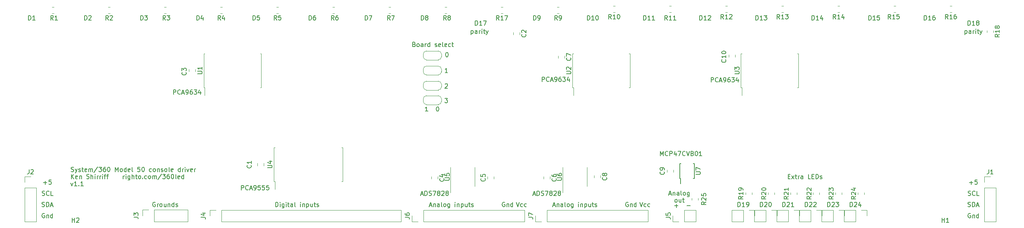
<source format=gto>
G04 #@! TF.GenerationSoftware,KiCad,Pcbnew,(6.0.1-0)*
G04 #@! TF.CreationDate,2022-02-06T20:22:51-08:00*
G04 #@! TF.ProjectId,led-driver,6c65642d-6472-4697-9665-722e6b696361,rev?*
G04 #@! TF.SameCoordinates,Original*
G04 #@! TF.FileFunction,Legend,Top*
G04 #@! TF.FilePolarity,Positive*
%FSLAX46Y46*%
G04 Gerber Fmt 4.6, Leading zero omitted, Abs format (unit mm)*
G04 Created by KiCad (PCBNEW (6.0.1-0)) date 2022-02-06 20:22:51*
%MOMM*%
%LPD*%
G01*
G04 APERTURE LIST*
%ADD10C,0.150000*%
%ADD11C,0.120000*%
G04 APERTURE END LIST*
D10*
X114759314Y-34701171D02*
X114902171Y-34748790D01*
X114949790Y-34796409D01*
X114997409Y-34891647D01*
X114997409Y-35034504D01*
X114949790Y-35129742D01*
X114902171Y-35177361D01*
X114806933Y-35224980D01*
X114425980Y-35224980D01*
X114425980Y-34224980D01*
X114759314Y-34224980D01*
X114854552Y-34272600D01*
X114902171Y-34320219D01*
X114949790Y-34415457D01*
X114949790Y-34510695D01*
X114902171Y-34605933D01*
X114854552Y-34653552D01*
X114759314Y-34701171D01*
X114425980Y-34701171D01*
X115568838Y-35224980D02*
X115473600Y-35177361D01*
X115425980Y-35129742D01*
X115378361Y-35034504D01*
X115378361Y-34748790D01*
X115425980Y-34653552D01*
X115473600Y-34605933D01*
X115568838Y-34558314D01*
X115711695Y-34558314D01*
X115806933Y-34605933D01*
X115854552Y-34653552D01*
X115902171Y-34748790D01*
X115902171Y-35034504D01*
X115854552Y-35129742D01*
X115806933Y-35177361D01*
X115711695Y-35224980D01*
X115568838Y-35224980D01*
X116759314Y-35224980D02*
X116759314Y-34701171D01*
X116711695Y-34605933D01*
X116616457Y-34558314D01*
X116425980Y-34558314D01*
X116330742Y-34605933D01*
X116759314Y-35177361D02*
X116664076Y-35224980D01*
X116425980Y-35224980D01*
X116330742Y-35177361D01*
X116283123Y-35082123D01*
X116283123Y-34986885D01*
X116330742Y-34891647D01*
X116425980Y-34844028D01*
X116664076Y-34844028D01*
X116759314Y-34796409D01*
X117235504Y-35224980D02*
X117235504Y-34558314D01*
X117235504Y-34748790D02*
X117283123Y-34653552D01*
X117330742Y-34605933D01*
X117425980Y-34558314D01*
X117521219Y-34558314D01*
X118283123Y-35224980D02*
X118283123Y-34224980D01*
X118283123Y-35177361D02*
X118187885Y-35224980D01*
X117997409Y-35224980D01*
X117902171Y-35177361D01*
X117854552Y-35129742D01*
X117806933Y-35034504D01*
X117806933Y-34748790D01*
X117854552Y-34653552D01*
X117902171Y-34605933D01*
X117997409Y-34558314D01*
X118187885Y-34558314D01*
X118283123Y-34605933D01*
X119473600Y-35177361D02*
X119568838Y-35224980D01*
X119759314Y-35224980D01*
X119854552Y-35177361D01*
X119902171Y-35082123D01*
X119902171Y-35034504D01*
X119854552Y-34939266D01*
X119759314Y-34891647D01*
X119616457Y-34891647D01*
X119521219Y-34844028D01*
X119473600Y-34748790D01*
X119473600Y-34701171D01*
X119521219Y-34605933D01*
X119616457Y-34558314D01*
X119759314Y-34558314D01*
X119854552Y-34605933D01*
X120711695Y-35177361D02*
X120616457Y-35224980D01*
X120425980Y-35224980D01*
X120330742Y-35177361D01*
X120283123Y-35082123D01*
X120283123Y-34701171D01*
X120330742Y-34605933D01*
X120425980Y-34558314D01*
X120616457Y-34558314D01*
X120711695Y-34605933D01*
X120759314Y-34701171D01*
X120759314Y-34796409D01*
X120283123Y-34891647D01*
X121330742Y-35224980D02*
X121235504Y-35177361D01*
X121187885Y-35082123D01*
X121187885Y-34224980D01*
X122092647Y-35177361D02*
X121997409Y-35224980D01*
X121806933Y-35224980D01*
X121711695Y-35177361D01*
X121664076Y-35082123D01*
X121664076Y-34701171D01*
X121711695Y-34605933D01*
X121806933Y-34558314D01*
X121997409Y-34558314D01*
X122092647Y-34605933D01*
X122140266Y-34701171D01*
X122140266Y-34796409D01*
X121664076Y-34891647D01*
X122997409Y-35177361D02*
X122902171Y-35224980D01*
X122711695Y-35224980D01*
X122616457Y-35177361D01*
X122568838Y-35129742D01*
X122521219Y-35034504D01*
X122521219Y-34748790D01*
X122568838Y-34653552D01*
X122616457Y-34605933D01*
X122711695Y-34558314D01*
X122902171Y-34558314D01*
X122997409Y-34605933D01*
X123283123Y-34558314D02*
X123664076Y-34558314D01*
X123425980Y-34224980D02*
X123425980Y-35082123D01*
X123473600Y-35177361D01*
X123568838Y-35224980D01*
X123664076Y-35224980D01*
X137874523Y-70572380D02*
X138207857Y-71572380D01*
X138541190Y-70572380D01*
X139303095Y-71524761D02*
X139207857Y-71572380D01*
X139017380Y-71572380D01*
X138922142Y-71524761D01*
X138874523Y-71477142D01*
X138826904Y-71381904D01*
X138826904Y-71096190D01*
X138874523Y-71000952D01*
X138922142Y-70953333D01*
X139017380Y-70905714D01*
X139207857Y-70905714D01*
X139303095Y-70953333D01*
X140160238Y-71524761D02*
X140065000Y-71572380D01*
X139874523Y-71572380D01*
X139779285Y-71524761D01*
X139731666Y-71477142D01*
X139684047Y-71381904D01*
X139684047Y-71096190D01*
X139731666Y-71000952D01*
X139779285Y-70953333D01*
X139874523Y-70905714D01*
X140065000Y-70905714D01*
X140160238Y-70953333D01*
X165814523Y-70572380D02*
X166147857Y-71572380D01*
X166481190Y-70572380D01*
X167243095Y-71524761D02*
X167147857Y-71572380D01*
X166957380Y-71572380D01*
X166862142Y-71524761D01*
X166814523Y-71477142D01*
X166766904Y-71381904D01*
X166766904Y-71096190D01*
X166814523Y-71000952D01*
X166862142Y-70953333D01*
X166957380Y-70905714D01*
X167147857Y-70905714D01*
X167243095Y-70953333D01*
X168100238Y-71524761D02*
X168005000Y-71572380D01*
X167814523Y-71572380D01*
X167719285Y-71524761D01*
X167671666Y-71477142D01*
X167624047Y-71381904D01*
X167624047Y-71096190D01*
X167671666Y-71000952D01*
X167719285Y-70953333D01*
X167814523Y-70905714D01*
X168005000Y-70905714D01*
X168100238Y-70953333D01*
X143716761Y-43124380D02*
X143716761Y-42124380D01*
X144097714Y-42124380D01*
X144192952Y-42172000D01*
X144240571Y-42219619D01*
X144288190Y-42314857D01*
X144288190Y-42457714D01*
X144240571Y-42552952D01*
X144192952Y-42600571D01*
X144097714Y-42648190D01*
X143716761Y-42648190D01*
X145288190Y-43029142D02*
X145240571Y-43076761D01*
X145097714Y-43124380D01*
X145002476Y-43124380D01*
X144859619Y-43076761D01*
X144764380Y-42981523D01*
X144716761Y-42886285D01*
X144669142Y-42695809D01*
X144669142Y-42552952D01*
X144716761Y-42362476D01*
X144764380Y-42267238D01*
X144859619Y-42172000D01*
X145002476Y-42124380D01*
X145097714Y-42124380D01*
X145240571Y-42172000D01*
X145288190Y-42219619D01*
X145669142Y-42838666D02*
X146145333Y-42838666D01*
X145573904Y-43124380D02*
X145907238Y-42124380D01*
X146240571Y-43124380D01*
X146621523Y-43124380D02*
X146812000Y-43124380D01*
X146907238Y-43076761D01*
X146954857Y-43029142D01*
X147050095Y-42886285D01*
X147097714Y-42695809D01*
X147097714Y-42314857D01*
X147050095Y-42219619D01*
X147002476Y-42172000D01*
X146907238Y-42124380D01*
X146716761Y-42124380D01*
X146621523Y-42172000D01*
X146573904Y-42219619D01*
X146526285Y-42314857D01*
X146526285Y-42552952D01*
X146573904Y-42648190D01*
X146621523Y-42695809D01*
X146716761Y-42743428D01*
X146907238Y-42743428D01*
X147002476Y-42695809D01*
X147050095Y-42648190D01*
X147097714Y-42552952D01*
X147954857Y-42124380D02*
X147764380Y-42124380D01*
X147669142Y-42172000D01*
X147621523Y-42219619D01*
X147526285Y-42362476D01*
X147478666Y-42552952D01*
X147478666Y-42933904D01*
X147526285Y-43029142D01*
X147573904Y-43076761D01*
X147669142Y-43124380D01*
X147859619Y-43124380D01*
X147954857Y-43076761D01*
X148002476Y-43029142D01*
X148050095Y-42933904D01*
X148050095Y-42695809D01*
X148002476Y-42600571D01*
X147954857Y-42552952D01*
X147859619Y-42505333D01*
X147669142Y-42505333D01*
X147573904Y-42552952D01*
X147526285Y-42600571D01*
X147478666Y-42695809D01*
X148383428Y-42124380D02*
X149002476Y-42124380D01*
X148669142Y-42505333D01*
X148812000Y-42505333D01*
X148907238Y-42552952D01*
X148954857Y-42600571D01*
X149002476Y-42695809D01*
X149002476Y-42933904D01*
X148954857Y-43029142D01*
X148907238Y-43076761D01*
X148812000Y-43124380D01*
X148526285Y-43124380D01*
X148431047Y-43076761D01*
X148383428Y-43029142D01*
X149859619Y-42457714D02*
X149859619Y-43124380D01*
X149621523Y-42076761D02*
X149383428Y-42791047D01*
X150002476Y-42791047D01*
X181943761Y-43251380D02*
X181943761Y-42251380D01*
X182324714Y-42251380D01*
X182419952Y-42299000D01*
X182467571Y-42346619D01*
X182515190Y-42441857D01*
X182515190Y-42584714D01*
X182467571Y-42679952D01*
X182419952Y-42727571D01*
X182324714Y-42775190D01*
X181943761Y-42775190D01*
X183515190Y-43156142D02*
X183467571Y-43203761D01*
X183324714Y-43251380D01*
X183229476Y-43251380D01*
X183086619Y-43203761D01*
X182991380Y-43108523D01*
X182943761Y-43013285D01*
X182896142Y-42822809D01*
X182896142Y-42679952D01*
X182943761Y-42489476D01*
X182991380Y-42394238D01*
X183086619Y-42299000D01*
X183229476Y-42251380D01*
X183324714Y-42251380D01*
X183467571Y-42299000D01*
X183515190Y-42346619D01*
X183896142Y-42965666D02*
X184372333Y-42965666D01*
X183800904Y-43251380D02*
X184134238Y-42251380D01*
X184467571Y-43251380D01*
X184848523Y-43251380D02*
X185039000Y-43251380D01*
X185134238Y-43203761D01*
X185181857Y-43156142D01*
X185277095Y-43013285D01*
X185324714Y-42822809D01*
X185324714Y-42441857D01*
X185277095Y-42346619D01*
X185229476Y-42299000D01*
X185134238Y-42251380D01*
X184943761Y-42251380D01*
X184848523Y-42299000D01*
X184800904Y-42346619D01*
X184753285Y-42441857D01*
X184753285Y-42679952D01*
X184800904Y-42775190D01*
X184848523Y-42822809D01*
X184943761Y-42870428D01*
X185134238Y-42870428D01*
X185229476Y-42822809D01*
X185277095Y-42775190D01*
X185324714Y-42679952D01*
X186181857Y-42251380D02*
X185991380Y-42251380D01*
X185896142Y-42299000D01*
X185848523Y-42346619D01*
X185753285Y-42489476D01*
X185705666Y-42679952D01*
X185705666Y-43060904D01*
X185753285Y-43156142D01*
X185800904Y-43203761D01*
X185896142Y-43251380D01*
X186086619Y-43251380D01*
X186181857Y-43203761D01*
X186229476Y-43156142D01*
X186277095Y-43060904D01*
X186277095Y-42822809D01*
X186229476Y-42727571D01*
X186181857Y-42679952D01*
X186086619Y-42632333D01*
X185896142Y-42632333D01*
X185800904Y-42679952D01*
X185753285Y-42727571D01*
X185705666Y-42822809D01*
X186610428Y-42251380D02*
X187229476Y-42251380D01*
X186896142Y-42632333D01*
X187039000Y-42632333D01*
X187134238Y-42679952D01*
X187181857Y-42727571D01*
X187229476Y-42822809D01*
X187229476Y-43060904D01*
X187181857Y-43156142D01*
X187134238Y-43203761D01*
X187039000Y-43251380D01*
X186753285Y-43251380D01*
X186658047Y-43203761D01*
X186610428Y-43156142D01*
X188086619Y-42584714D02*
X188086619Y-43251380D01*
X187848523Y-42203761D02*
X187610428Y-42918047D01*
X188229476Y-42918047D01*
X30559523Y-68984761D02*
X30702380Y-69032380D01*
X30940476Y-69032380D01*
X31035714Y-68984761D01*
X31083333Y-68937142D01*
X31130952Y-68841904D01*
X31130952Y-68746666D01*
X31083333Y-68651428D01*
X31035714Y-68603809D01*
X30940476Y-68556190D01*
X30750000Y-68508571D01*
X30654761Y-68460952D01*
X30607142Y-68413333D01*
X30559523Y-68318095D01*
X30559523Y-68222857D01*
X30607142Y-68127619D01*
X30654761Y-68080000D01*
X30750000Y-68032380D01*
X30988095Y-68032380D01*
X31130952Y-68080000D01*
X32130952Y-68937142D02*
X32083333Y-68984761D01*
X31940476Y-69032380D01*
X31845238Y-69032380D01*
X31702380Y-68984761D01*
X31607142Y-68889523D01*
X31559523Y-68794285D01*
X31511904Y-68603809D01*
X31511904Y-68460952D01*
X31559523Y-68270476D01*
X31607142Y-68175238D01*
X31702380Y-68080000D01*
X31845238Y-68032380D01*
X31940476Y-68032380D01*
X32083333Y-68080000D01*
X32130952Y-68127619D01*
X33035714Y-69032380D02*
X32559523Y-69032380D01*
X32559523Y-68032380D01*
X135247142Y-70620000D02*
X135151904Y-70572380D01*
X135009047Y-70572380D01*
X134866190Y-70620000D01*
X134770952Y-70715238D01*
X134723333Y-70810476D01*
X134675714Y-71000952D01*
X134675714Y-71143809D01*
X134723333Y-71334285D01*
X134770952Y-71429523D01*
X134866190Y-71524761D01*
X135009047Y-71572380D01*
X135104285Y-71572380D01*
X135247142Y-71524761D01*
X135294761Y-71477142D01*
X135294761Y-71143809D01*
X135104285Y-71143809D01*
X135723333Y-70905714D02*
X135723333Y-71572380D01*
X135723333Y-71000952D02*
X135770952Y-70953333D01*
X135866190Y-70905714D01*
X136009047Y-70905714D01*
X136104285Y-70953333D01*
X136151904Y-71048571D01*
X136151904Y-71572380D01*
X137056666Y-71572380D02*
X137056666Y-70572380D01*
X137056666Y-71524761D02*
X136961428Y-71572380D01*
X136770952Y-71572380D01*
X136675714Y-71524761D01*
X136628095Y-71477142D01*
X136580476Y-71381904D01*
X136580476Y-71096190D01*
X136628095Y-71000952D01*
X136675714Y-70953333D01*
X136770952Y-70905714D01*
X136961428Y-70905714D01*
X137056666Y-70953333D01*
X117868819Y-49880780D02*
X117297390Y-49880780D01*
X117583104Y-49880780D02*
X117583104Y-48880780D01*
X117487866Y-49023638D01*
X117392628Y-49118876D01*
X117297390Y-49166495D01*
X120011676Y-48880780D02*
X120106914Y-48880780D01*
X120202152Y-48928400D01*
X120249771Y-48976019D01*
X120297390Y-49071257D01*
X120345009Y-49261733D01*
X120345009Y-49499828D01*
X120297390Y-49690304D01*
X120249771Y-49785542D01*
X120202152Y-49833161D01*
X120106914Y-49880780D01*
X120011676Y-49880780D01*
X119916438Y-49833161D01*
X119868819Y-49785542D01*
X119821200Y-49690304D01*
X119773580Y-49499828D01*
X119773580Y-49261733D01*
X119821200Y-49071257D01*
X119868819Y-48976019D01*
X119916438Y-48928400D01*
X120011676Y-48880780D01*
X163187142Y-70620000D02*
X163091904Y-70572380D01*
X162949047Y-70572380D01*
X162806190Y-70620000D01*
X162710952Y-70715238D01*
X162663333Y-70810476D01*
X162615714Y-71000952D01*
X162615714Y-71143809D01*
X162663333Y-71334285D01*
X162710952Y-71429523D01*
X162806190Y-71524761D01*
X162949047Y-71572380D01*
X163044285Y-71572380D01*
X163187142Y-71524761D01*
X163234761Y-71477142D01*
X163234761Y-71143809D01*
X163044285Y-71143809D01*
X163663333Y-70905714D02*
X163663333Y-71572380D01*
X163663333Y-71000952D02*
X163710952Y-70953333D01*
X163806190Y-70905714D01*
X163949047Y-70905714D01*
X164044285Y-70953333D01*
X164091904Y-71048571D01*
X164091904Y-71572380D01*
X164996666Y-71572380D02*
X164996666Y-70572380D01*
X164996666Y-71524761D02*
X164901428Y-71572380D01*
X164710952Y-71572380D01*
X164615714Y-71524761D01*
X164568095Y-71477142D01*
X164520476Y-71381904D01*
X164520476Y-71096190D01*
X164568095Y-71000952D01*
X164615714Y-70953333D01*
X164710952Y-70905714D01*
X164901428Y-70905714D01*
X164996666Y-70953333D01*
X56158095Y-70620000D02*
X56062857Y-70572380D01*
X55920000Y-70572380D01*
X55777142Y-70620000D01*
X55681904Y-70715238D01*
X55634285Y-70810476D01*
X55586666Y-71000952D01*
X55586666Y-71143809D01*
X55634285Y-71334285D01*
X55681904Y-71429523D01*
X55777142Y-71524761D01*
X55920000Y-71572380D01*
X56015238Y-71572380D01*
X56158095Y-71524761D01*
X56205714Y-71477142D01*
X56205714Y-71143809D01*
X56015238Y-71143809D01*
X56634285Y-71572380D02*
X56634285Y-70905714D01*
X56634285Y-71096190D02*
X56681904Y-71000952D01*
X56729523Y-70953333D01*
X56824761Y-70905714D01*
X56920000Y-70905714D01*
X57396190Y-71572380D02*
X57300952Y-71524761D01*
X57253333Y-71477142D01*
X57205714Y-71381904D01*
X57205714Y-71096190D01*
X57253333Y-71000952D01*
X57300952Y-70953333D01*
X57396190Y-70905714D01*
X57539047Y-70905714D01*
X57634285Y-70953333D01*
X57681904Y-71000952D01*
X57729523Y-71096190D01*
X57729523Y-71381904D01*
X57681904Y-71477142D01*
X57634285Y-71524761D01*
X57539047Y-71572380D01*
X57396190Y-71572380D01*
X58586666Y-70905714D02*
X58586666Y-71572380D01*
X58158095Y-70905714D02*
X58158095Y-71429523D01*
X58205714Y-71524761D01*
X58300952Y-71572380D01*
X58443809Y-71572380D01*
X58539047Y-71524761D01*
X58586666Y-71477142D01*
X59062857Y-70905714D02*
X59062857Y-71572380D01*
X59062857Y-71000952D02*
X59110476Y-70953333D01*
X59205714Y-70905714D01*
X59348571Y-70905714D01*
X59443809Y-70953333D01*
X59491428Y-71048571D01*
X59491428Y-71572380D01*
X60396190Y-71572380D02*
X60396190Y-70572380D01*
X60396190Y-71524761D02*
X60300952Y-71572380D01*
X60110476Y-71572380D01*
X60015238Y-71524761D01*
X59967619Y-71477142D01*
X59920000Y-71381904D01*
X59920000Y-71096190D01*
X59967619Y-71000952D01*
X60015238Y-70953333D01*
X60110476Y-70905714D01*
X60300952Y-70905714D01*
X60396190Y-70953333D01*
X60824761Y-71524761D02*
X60920000Y-71572380D01*
X61110476Y-71572380D01*
X61205714Y-71524761D01*
X61253333Y-71429523D01*
X61253333Y-71381904D01*
X61205714Y-71286666D01*
X61110476Y-71239047D01*
X60967619Y-71239047D01*
X60872380Y-71191428D01*
X60824761Y-71096190D01*
X60824761Y-71048571D01*
X60872380Y-70953333D01*
X60967619Y-70905714D01*
X61110476Y-70905714D01*
X61205714Y-70953333D01*
X240085714Y-71524761D02*
X240228571Y-71572380D01*
X240466666Y-71572380D01*
X240561904Y-71524761D01*
X240609523Y-71477142D01*
X240657142Y-71381904D01*
X240657142Y-71286666D01*
X240609523Y-71191428D01*
X240561904Y-71143809D01*
X240466666Y-71096190D01*
X240276190Y-71048571D01*
X240180952Y-71000952D01*
X240133333Y-70953333D01*
X240085714Y-70858095D01*
X240085714Y-70762857D01*
X240133333Y-70667619D01*
X240180952Y-70620000D01*
X240276190Y-70572380D01*
X240514285Y-70572380D01*
X240657142Y-70620000D01*
X241085714Y-71572380D02*
X241085714Y-70572380D01*
X241323809Y-70572380D01*
X241466666Y-70620000D01*
X241561904Y-70715238D01*
X241609523Y-70810476D01*
X241657142Y-71000952D01*
X241657142Y-71143809D01*
X241609523Y-71334285D01*
X241561904Y-71429523D01*
X241466666Y-71524761D01*
X241323809Y-71572380D01*
X241085714Y-71572380D01*
X242038095Y-71286666D02*
X242514285Y-71286666D01*
X241942857Y-71572380D02*
X242276190Y-70572380D01*
X242609523Y-71572380D01*
X60277761Y-46045380D02*
X60277761Y-45045380D01*
X60658714Y-45045380D01*
X60753952Y-45093000D01*
X60801571Y-45140619D01*
X60849190Y-45235857D01*
X60849190Y-45378714D01*
X60801571Y-45473952D01*
X60753952Y-45521571D01*
X60658714Y-45569190D01*
X60277761Y-45569190D01*
X61849190Y-45950142D02*
X61801571Y-45997761D01*
X61658714Y-46045380D01*
X61563476Y-46045380D01*
X61420619Y-45997761D01*
X61325380Y-45902523D01*
X61277761Y-45807285D01*
X61230142Y-45616809D01*
X61230142Y-45473952D01*
X61277761Y-45283476D01*
X61325380Y-45188238D01*
X61420619Y-45093000D01*
X61563476Y-45045380D01*
X61658714Y-45045380D01*
X61801571Y-45093000D01*
X61849190Y-45140619D01*
X62230142Y-45759666D02*
X62706333Y-45759666D01*
X62134904Y-46045380D02*
X62468238Y-45045380D01*
X62801571Y-46045380D01*
X63182523Y-46045380D02*
X63373000Y-46045380D01*
X63468238Y-45997761D01*
X63515857Y-45950142D01*
X63611095Y-45807285D01*
X63658714Y-45616809D01*
X63658714Y-45235857D01*
X63611095Y-45140619D01*
X63563476Y-45093000D01*
X63468238Y-45045380D01*
X63277761Y-45045380D01*
X63182523Y-45093000D01*
X63134904Y-45140619D01*
X63087285Y-45235857D01*
X63087285Y-45473952D01*
X63134904Y-45569190D01*
X63182523Y-45616809D01*
X63277761Y-45664428D01*
X63468238Y-45664428D01*
X63563476Y-45616809D01*
X63611095Y-45569190D01*
X63658714Y-45473952D01*
X64515857Y-45045380D02*
X64325380Y-45045380D01*
X64230142Y-45093000D01*
X64182523Y-45140619D01*
X64087285Y-45283476D01*
X64039666Y-45473952D01*
X64039666Y-45854904D01*
X64087285Y-45950142D01*
X64134904Y-45997761D01*
X64230142Y-46045380D01*
X64420619Y-46045380D01*
X64515857Y-45997761D01*
X64563476Y-45950142D01*
X64611095Y-45854904D01*
X64611095Y-45616809D01*
X64563476Y-45521571D01*
X64515857Y-45473952D01*
X64420619Y-45426333D01*
X64230142Y-45426333D01*
X64134904Y-45473952D01*
X64087285Y-45521571D01*
X64039666Y-45616809D01*
X64944428Y-45045380D02*
X65563476Y-45045380D01*
X65230142Y-45426333D01*
X65373000Y-45426333D01*
X65468238Y-45473952D01*
X65515857Y-45521571D01*
X65563476Y-45616809D01*
X65563476Y-45854904D01*
X65515857Y-45950142D01*
X65468238Y-45997761D01*
X65373000Y-46045380D01*
X65087285Y-46045380D01*
X64992047Y-45997761D01*
X64944428Y-45950142D01*
X66420619Y-45378714D02*
X66420619Y-46045380D01*
X66182523Y-44997761D02*
X65944428Y-45712047D01*
X66563476Y-45712047D01*
X240442857Y-66111428D02*
X241204761Y-66111428D01*
X240823809Y-66492380D02*
X240823809Y-65730476D01*
X242157142Y-65492380D02*
X241680952Y-65492380D01*
X241633333Y-65968571D01*
X241680952Y-65920952D01*
X241776190Y-65873333D01*
X242014285Y-65873333D01*
X242109523Y-65920952D01*
X242157142Y-65968571D01*
X242204761Y-66063809D01*
X242204761Y-66301904D01*
X242157142Y-66397142D01*
X242109523Y-66444761D01*
X242014285Y-66492380D01*
X241776190Y-66492380D01*
X241680952Y-66444761D01*
X241633333Y-66397142D01*
X75644761Y-67762380D02*
X75644761Y-66762380D01*
X76025714Y-66762380D01*
X76120952Y-66810000D01*
X76168571Y-66857619D01*
X76216190Y-66952857D01*
X76216190Y-67095714D01*
X76168571Y-67190952D01*
X76120952Y-67238571D01*
X76025714Y-67286190D01*
X75644761Y-67286190D01*
X77216190Y-67667142D02*
X77168571Y-67714761D01*
X77025714Y-67762380D01*
X76930476Y-67762380D01*
X76787619Y-67714761D01*
X76692380Y-67619523D01*
X76644761Y-67524285D01*
X76597142Y-67333809D01*
X76597142Y-67190952D01*
X76644761Y-67000476D01*
X76692380Y-66905238D01*
X76787619Y-66810000D01*
X76930476Y-66762380D01*
X77025714Y-66762380D01*
X77168571Y-66810000D01*
X77216190Y-66857619D01*
X77597142Y-67476666D02*
X78073333Y-67476666D01*
X77501904Y-67762380D02*
X77835238Y-66762380D01*
X78168571Y-67762380D01*
X78549523Y-67762380D02*
X78740000Y-67762380D01*
X78835238Y-67714761D01*
X78882857Y-67667142D01*
X78978095Y-67524285D01*
X79025714Y-67333809D01*
X79025714Y-66952857D01*
X78978095Y-66857619D01*
X78930476Y-66810000D01*
X78835238Y-66762380D01*
X78644761Y-66762380D01*
X78549523Y-66810000D01*
X78501904Y-66857619D01*
X78454285Y-66952857D01*
X78454285Y-67190952D01*
X78501904Y-67286190D01*
X78549523Y-67333809D01*
X78644761Y-67381428D01*
X78835238Y-67381428D01*
X78930476Y-67333809D01*
X78978095Y-67286190D01*
X79025714Y-67190952D01*
X79930476Y-66762380D02*
X79454285Y-66762380D01*
X79406666Y-67238571D01*
X79454285Y-67190952D01*
X79549523Y-67143333D01*
X79787619Y-67143333D01*
X79882857Y-67190952D01*
X79930476Y-67238571D01*
X79978095Y-67333809D01*
X79978095Y-67571904D01*
X79930476Y-67667142D01*
X79882857Y-67714761D01*
X79787619Y-67762380D01*
X79549523Y-67762380D01*
X79454285Y-67714761D01*
X79406666Y-67667142D01*
X80882857Y-66762380D02*
X80406666Y-66762380D01*
X80359047Y-67238571D01*
X80406666Y-67190952D01*
X80501904Y-67143333D01*
X80740000Y-67143333D01*
X80835238Y-67190952D01*
X80882857Y-67238571D01*
X80930476Y-67333809D01*
X80930476Y-67571904D01*
X80882857Y-67667142D01*
X80835238Y-67714761D01*
X80740000Y-67762380D01*
X80501904Y-67762380D01*
X80406666Y-67714761D01*
X80359047Y-67667142D01*
X81835238Y-66762380D02*
X81359047Y-66762380D01*
X81311428Y-67238571D01*
X81359047Y-67190952D01*
X81454285Y-67143333D01*
X81692380Y-67143333D01*
X81787619Y-67190952D01*
X81835238Y-67238571D01*
X81882857Y-67333809D01*
X81882857Y-67571904D01*
X81835238Y-67667142D01*
X81787619Y-67714761D01*
X81692380Y-67762380D01*
X81454285Y-67762380D01*
X81359047Y-67714761D01*
X81311428Y-67667142D01*
X37117976Y-63564761D02*
X37260833Y-63612380D01*
X37498928Y-63612380D01*
X37594166Y-63564761D01*
X37641785Y-63517142D01*
X37689404Y-63421904D01*
X37689404Y-63326666D01*
X37641785Y-63231428D01*
X37594166Y-63183809D01*
X37498928Y-63136190D01*
X37308452Y-63088571D01*
X37213214Y-63040952D01*
X37165595Y-62993333D01*
X37117976Y-62898095D01*
X37117976Y-62802857D01*
X37165595Y-62707619D01*
X37213214Y-62660000D01*
X37308452Y-62612380D01*
X37546547Y-62612380D01*
X37689404Y-62660000D01*
X38022738Y-62945714D02*
X38260833Y-63612380D01*
X38498928Y-62945714D02*
X38260833Y-63612380D01*
X38165595Y-63850476D01*
X38117976Y-63898095D01*
X38022738Y-63945714D01*
X38832261Y-63564761D02*
X38927500Y-63612380D01*
X39117976Y-63612380D01*
X39213214Y-63564761D01*
X39260833Y-63469523D01*
X39260833Y-63421904D01*
X39213214Y-63326666D01*
X39117976Y-63279047D01*
X38975119Y-63279047D01*
X38879880Y-63231428D01*
X38832261Y-63136190D01*
X38832261Y-63088571D01*
X38879880Y-62993333D01*
X38975119Y-62945714D01*
X39117976Y-62945714D01*
X39213214Y-62993333D01*
X39546547Y-62945714D02*
X39927500Y-62945714D01*
X39689404Y-62612380D02*
X39689404Y-63469523D01*
X39737023Y-63564761D01*
X39832261Y-63612380D01*
X39927500Y-63612380D01*
X40641785Y-63564761D02*
X40546547Y-63612380D01*
X40356071Y-63612380D01*
X40260833Y-63564761D01*
X40213214Y-63469523D01*
X40213214Y-63088571D01*
X40260833Y-62993333D01*
X40356071Y-62945714D01*
X40546547Y-62945714D01*
X40641785Y-62993333D01*
X40689404Y-63088571D01*
X40689404Y-63183809D01*
X40213214Y-63279047D01*
X41117976Y-63612380D02*
X41117976Y-62945714D01*
X41117976Y-63040952D02*
X41165595Y-62993333D01*
X41260833Y-62945714D01*
X41403690Y-62945714D01*
X41498928Y-62993333D01*
X41546547Y-63088571D01*
X41546547Y-63612380D01*
X41546547Y-63088571D02*
X41594166Y-62993333D01*
X41689404Y-62945714D01*
X41832261Y-62945714D01*
X41927500Y-62993333D01*
X41975119Y-63088571D01*
X41975119Y-63612380D01*
X43165595Y-62564761D02*
X42308452Y-63850476D01*
X43403690Y-62612380D02*
X44022738Y-62612380D01*
X43689404Y-62993333D01*
X43832261Y-62993333D01*
X43927500Y-63040952D01*
X43975119Y-63088571D01*
X44022738Y-63183809D01*
X44022738Y-63421904D01*
X43975119Y-63517142D01*
X43927500Y-63564761D01*
X43832261Y-63612380D01*
X43546547Y-63612380D01*
X43451309Y-63564761D01*
X43403690Y-63517142D01*
X44879880Y-62612380D02*
X44689404Y-62612380D01*
X44594166Y-62660000D01*
X44546547Y-62707619D01*
X44451309Y-62850476D01*
X44403690Y-63040952D01*
X44403690Y-63421904D01*
X44451309Y-63517142D01*
X44498928Y-63564761D01*
X44594166Y-63612380D01*
X44784642Y-63612380D01*
X44879880Y-63564761D01*
X44927500Y-63517142D01*
X44975119Y-63421904D01*
X44975119Y-63183809D01*
X44927500Y-63088571D01*
X44879880Y-63040952D01*
X44784642Y-62993333D01*
X44594166Y-62993333D01*
X44498928Y-63040952D01*
X44451309Y-63088571D01*
X44403690Y-63183809D01*
X45594166Y-62612380D02*
X45689404Y-62612380D01*
X45784642Y-62660000D01*
X45832261Y-62707619D01*
X45879880Y-62802857D01*
X45927500Y-62993333D01*
X45927500Y-63231428D01*
X45879880Y-63421904D01*
X45832261Y-63517142D01*
X45784642Y-63564761D01*
X45689404Y-63612380D01*
X45594166Y-63612380D01*
X45498928Y-63564761D01*
X45451309Y-63517142D01*
X45403690Y-63421904D01*
X45356071Y-63231428D01*
X45356071Y-62993333D01*
X45403690Y-62802857D01*
X45451309Y-62707619D01*
X45498928Y-62660000D01*
X45594166Y-62612380D01*
X47117976Y-63612380D02*
X47117976Y-62612380D01*
X47451309Y-63326666D01*
X47784642Y-62612380D01*
X47784642Y-63612380D01*
X48403690Y-63612380D02*
X48308452Y-63564761D01*
X48260833Y-63517142D01*
X48213214Y-63421904D01*
X48213214Y-63136190D01*
X48260833Y-63040952D01*
X48308452Y-62993333D01*
X48403690Y-62945714D01*
X48546547Y-62945714D01*
X48641785Y-62993333D01*
X48689404Y-63040952D01*
X48737023Y-63136190D01*
X48737023Y-63421904D01*
X48689404Y-63517142D01*
X48641785Y-63564761D01*
X48546547Y-63612380D01*
X48403690Y-63612380D01*
X49594166Y-63612380D02*
X49594166Y-62612380D01*
X49594166Y-63564761D02*
X49498928Y-63612380D01*
X49308452Y-63612380D01*
X49213214Y-63564761D01*
X49165595Y-63517142D01*
X49117976Y-63421904D01*
X49117976Y-63136190D01*
X49165595Y-63040952D01*
X49213214Y-62993333D01*
X49308452Y-62945714D01*
X49498928Y-62945714D01*
X49594166Y-62993333D01*
X50451309Y-63564761D02*
X50356071Y-63612380D01*
X50165595Y-63612380D01*
X50070357Y-63564761D01*
X50022738Y-63469523D01*
X50022738Y-63088571D01*
X50070357Y-62993333D01*
X50165595Y-62945714D01*
X50356071Y-62945714D01*
X50451309Y-62993333D01*
X50498928Y-63088571D01*
X50498928Y-63183809D01*
X50022738Y-63279047D01*
X51070357Y-63612380D02*
X50975119Y-63564761D01*
X50927500Y-63469523D01*
X50927500Y-62612380D01*
X52689404Y-62612380D02*
X52213214Y-62612380D01*
X52165595Y-63088571D01*
X52213214Y-63040952D01*
X52308452Y-62993333D01*
X52546547Y-62993333D01*
X52641785Y-63040952D01*
X52689404Y-63088571D01*
X52737023Y-63183809D01*
X52737023Y-63421904D01*
X52689404Y-63517142D01*
X52641785Y-63564761D01*
X52546547Y-63612380D01*
X52308452Y-63612380D01*
X52213214Y-63564761D01*
X52165595Y-63517142D01*
X53356071Y-62612380D02*
X53451309Y-62612380D01*
X53546547Y-62660000D01*
X53594166Y-62707619D01*
X53641785Y-62802857D01*
X53689404Y-62993333D01*
X53689404Y-63231428D01*
X53641785Y-63421904D01*
X53594166Y-63517142D01*
X53546547Y-63564761D01*
X53451309Y-63612380D01*
X53356071Y-63612380D01*
X53260833Y-63564761D01*
X53213214Y-63517142D01*
X53165595Y-63421904D01*
X53117976Y-63231428D01*
X53117976Y-62993333D01*
X53165595Y-62802857D01*
X53213214Y-62707619D01*
X53260833Y-62660000D01*
X53356071Y-62612380D01*
X55308452Y-63564761D02*
X55213214Y-63612380D01*
X55022738Y-63612380D01*
X54927500Y-63564761D01*
X54879880Y-63517142D01*
X54832261Y-63421904D01*
X54832261Y-63136190D01*
X54879880Y-63040952D01*
X54927500Y-62993333D01*
X55022738Y-62945714D01*
X55213214Y-62945714D01*
X55308452Y-62993333D01*
X55879880Y-63612380D02*
X55784642Y-63564761D01*
X55737023Y-63517142D01*
X55689404Y-63421904D01*
X55689404Y-63136190D01*
X55737023Y-63040952D01*
X55784642Y-62993333D01*
X55879880Y-62945714D01*
X56022738Y-62945714D01*
X56117976Y-62993333D01*
X56165595Y-63040952D01*
X56213214Y-63136190D01*
X56213214Y-63421904D01*
X56165595Y-63517142D01*
X56117976Y-63564761D01*
X56022738Y-63612380D01*
X55879880Y-63612380D01*
X56641785Y-62945714D02*
X56641785Y-63612380D01*
X56641785Y-63040952D02*
X56689404Y-62993333D01*
X56784642Y-62945714D01*
X56927499Y-62945714D01*
X57022738Y-62993333D01*
X57070357Y-63088571D01*
X57070357Y-63612380D01*
X57498928Y-63564761D02*
X57594166Y-63612380D01*
X57784642Y-63612380D01*
X57879880Y-63564761D01*
X57927499Y-63469523D01*
X57927499Y-63421904D01*
X57879880Y-63326666D01*
X57784642Y-63279047D01*
X57641785Y-63279047D01*
X57546547Y-63231428D01*
X57498928Y-63136190D01*
X57498928Y-63088571D01*
X57546547Y-62993333D01*
X57641785Y-62945714D01*
X57784642Y-62945714D01*
X57879880Y-62993333D01*
X58498928Y-63612380D02*
X58403690Y-63564761D01*
X58356071Y-63517142D01*
X58308452Y-63421904D01*
X58308452Y-63136190D01*
X58356071Y-63040952D01*
X58403690Y-62993333D01*
X58498928Y-62945714D01*
X58641785Y-62945714D01*
X58737023Y-62993333D01*
X58784642Y-63040952D01*
X58832261Y-63136190D01*
X58832261Y-63421904D01*
X58784642Y-63517142D01*
X58737023Y-63564761D01*
X58641785Y-63612380D01*
X58498928Y-63612380D01*
X59403690Y-63612380D02*
X59308452Y-63564761D01*
X59260833Y-63469523D01*
X59260833Y-62612380D01*
X60165595Y-63564761D02*
X60070357Y-63612380D01*
X59879880Y-63612380D01*
X59784642Y-63564761D01*
X59737023Y-63469523D01*
X59737023Y-63088571D01*
X59784642Y-62993333D01*
X59879880Y-62945714D01*
X60070357Y-62945714D01*
X60165595Y-62993333D01*
X60213214Y-63088571D01*
X60213214Y-63183809D01*
X59737023Y-63279047D01*
X61832261Y-63612380D02*
X61832261Y-62612380D01*
X61832261Y-63564761D02*
X61737023Y-63612380D01*
X61546547Y-63612380D01*
X61451309Y-63564761D01*
X61403690Y-63517142D01*
X61356071Y-63421904D01*
X61356071Y-63136190D01*
X61403690Y-63040952D01*
X61451309Y-62993333D01*
X61546547Y-62945714D01*
X61737023Y-62945714D01*
X61832261Y-62993333D01*
X62308452Y-63612380D02*
X62308452Y-62945714D01*
X62308452Y-63136190D02*
X62356071Y-63040952D01*
X62403690Y-62993333D01*
X62498928Y-62945714D01*
X62594166Y-62945714D01*
X62927499Y-63612380D02*
X62927499Y-62945714D01*
X62927499Y-62612380D02*
X62879880Y-62660000D01*
X62927499Y-62707619D01*
X62975119Y-62660000D01*
X62927499Y-62612380D01*
X62927499Y-62707619D01*
X63308452Y-62945714D02*
X63546547Y-63612380D01*
X63784642Y-62945714D01*
X64546547Y-63564761D02*
X64451309Y-63612380D01*
X64260833Y-63612380D01*
X64165595Y-63564761D01*
X64117976Y-63469523D01*
X64117976Y-63088571D01*
X64165595Y-62993333D01*
X64260833Y-62945714D01*
X64451309Y-62945714D01*
X64546547Y-62993333D01*
X64594166Y-63088571D01*
X64594166Y-63183809D01*
X64117976Y-63279047D01*
X65022738Y-63612380D02*
X65022738Y-62945714D01*
X65022738Y-63136190D02*
X65070357Y-63040952D01*
X65117976Y-62993333D01*
X65213214Y-62945714D01*
X65308452Y-62945714D01*
X37165595Y-65222380D02*
X37165595Y-64222380D01*
X37737023Y-65222380D02*
X37308452Y-64650952D01*
X37737023Y-64222380D02*
X37165595Y-64793809D01*
X38546547Y-65174761D02*
X38451309Y-65222380D01*
X38260833Y-65222380D01*
X38165595Y-65174761D01*
X38117976Y-65079523D01*
X38117976Y-64698571D01*
X38165595Y-64603333D01*
X38260833Y-64555714D01*
X38451309Y-64555714D01*
X38546547Y-64603333D01*
X38594166Y-64698571D01*
X38594166Y-64793809D01*
X38117976Y-64889047D01*
X39022738Y-64555714D02*
X39022738Y-65222380D01*
X39022738Y-64650952D02*
X39070357Y-64603333D01*
X39165595Y-64555714D01*
X39308452Y-64555714D01*
X39403690Y-64603333D01*
X39451309Y-64698571D01*
X39451309Y-65222380D01*
X40641785Y-65174761D02*
X40784642Y-65222380D01*
X41022738Y-65222380D01*
X41117976Y-65174761D01*
X41165595Y-65127142D01*
X41213214Y-65031904D01*
X41213214Y-64936666D01*
X41165595Y-64841428D01*
X41117976Y-64793809D01*
X41022738Y-64746190D01*
X40832261Y-64698571D01*
X40737023Y-64650952D01*
X40689404Y-64603333D01*
X40641785Y-64508095D01*
X40641785Y-64412857D01*
X40689404Y-64317619D01*
X40737023Y-64270000D01*
X40832261Y-64222380D01*
X41070357Y-64222380D01*
X41213214Y-64270000D01*
X41641785Y-65222380D02*
X41641785Y-64222380D01*
X42070357Y-65222380D02*
X42070357Y-64698571D01*
X42022738Y-64603333D01*
X41927500Y-64555714D01*
X41784642Y-64555714D01*
X41689404Y-64603333D01*
X41641785Y-64650952D01*
X42546547Y-65222380D02*
X42546547Y-64555714D01*
X42546547Y-64222380D02*
X42498928Y-64270000D01*
X42546547Y-64317619D01*
X42594166Y-64270000D01*
X42546547Y-64222380D01*
X42546547Y-64317619D01*
X43022738Y-65222380D02*
X43022738Y-64555714D01*
X43022738Y-64746190D02*
X43070357Y-64650952D01*
X43117976Y-64603333D01*
X43213214Y-64555714D01*
X43308452Y-64555714D01*
X43641785Y-65222380D02*
X43641785Y-64555714D01*
X43641785Y-64746190D02*
X43689404Y-64650952D01*
X43737023Y-64603333D01*
X43832261Y-64555714D01*
X43927500Y-64555714D01*
X44260833Y-65222380D02*
X44260833Y-64555714D01*
X44260833Y-64222380D02*
X44213214Y-64270000D01*
X44260833Y-64317619D01*
X44308452Y-64270000D01*
X44260833Y-64222380D01*
X44260833Y-64317619D01*
X44594166Y-64555714D02*
X44975119Y-64555714D01*
X44737023Y-65222380D02*
X44737023Y-64365238D01*
X44784642Y-64270000D01*
X44879880Y-64222380D01*
X44975119Y-64222380D01*
X45165595Y-64555714D02*
X45546547Y-64555714D01*
X45308452Y-65222380D02*
X45308452Y-64365238D01*
X45356071Y-64270000D01*
X45451309Y-64222380D01*
X45546547Y-64222380D01*
X48927500Y-65222380D02*
X48927500Y-64555714D01*
X48927500Y-64746190D02*
X48975119Y-64650952D01*
X49022738Y-64603333D01*
X49117976Y-64555714D01*
X49213214Y-64555714D01*
X49546547Y-65222380D02*
X49546547Y-64555714D01*
X49546547Y-64222380D02*
X49498928Y-64270000D01*
X49546547Y-64317619D01*
X49594166Y-64270000D01*
X49546547Y-64222380D01*
X49546547Y-64317619D01*
X50451309Y-64555714D02*
X50451309Y-65365238D01*
X50403690Y-65460476D01*
X50356071Y-65508095D01*
X50260833Y-65555714D01*
X50117976Y-65555714D01*
X50022738Y-65508095D01*
X50451309Y-65174761D02*
X50356071Y-65222380D01*
X50165595Y-65222380D01*
X50070357Y-65174761D01*
X50022738Y-65127142D01*
X49975119Y-65031904D01*
X49975119Y-64746190D01*
X50022738Y-64650952D01*
X50070357Y-64603333D01*
X50165595Y-64555714D01*
X50356071Y-64555714D01*
X50451309Y-64603333D01*
X50927500Y-65222380D02*
X50927500Y-64222380D01*
X51356071Y-65222380D02*
X51356071Y-64698571D01*
X51308452Y-64603333D01*
X51213214Y-64555714D01*
X51070357Y-64555714D01*
X50975119Y-64603333D01*
X50927500Y-64650952D01*
X51689404Y-64555714D02*
X52070357Y-64555714D01*
X51832261Y-64222380D02*
X51832261Y-65079523D01*
X51879880Y-65174761D01*
X51975119Y-65222380D01*
X52070357Y-65222380D01*
X52546547Y-65222380D02*
X52451309Y-65174761D01*
X52403690Y-65127142D01*
X52356071Y-65031904D01*
X52356071Y-64746190D01*
X52403690Y-64650952D01*
X52451309Y-64603333D01*
X52546547Y-64555714D01*
X52689404Y-64555714D01*
X52784642Y-64603333D01*
X52832261Y-64650952D01*
X52879880Y-64746190D01*
X52879880Y-65031904D01*
X52832261Y-65127142D01*
X52784642Y-65174761D01*
X52689404Y-65222380D01*
X52546547Y-65222380D01*
X53308452Y-65127142D02*
X53356071Y-65174761D01*
X53308452Y-65222380D01*
X53260833Y-65174761D01*
X53308452Y-65127142D01*
X53308452Y-65222380D01*
X54213214Y-65174761D02*
X54117976Y-65222380D01*
X53927500Y-65222380D01*
X53832261Y-65174761D01*
X53784642Y-65127142D01*
X53737023Y-65031904D01*
X53737023Y-64746190D01*
X53784642Y-64650952D01*
X53832261Y-64603333D01*
X53927500Y-64555714D01*
X54117976Y-64555714D01*
X54213214Y-64603333D01*
X54784642Y-65222380D02*
X54689404Y-65174761D01*
X54641785Y-65127142D01*
X54594166Y-65031904D01*
X54594166Y-64746190D01*
X54641785Y-64650952D01*
X54689404Y-64603333D01*
X54784642Y-64555714D01*
X54927499Y-64555714D01*
X55022738Y-64603333D01*
X55070357Y-64650952D01*
X55117976Y-64746190D01*
X55117976Y-65031904D01*
X55070357Y-65127142D01*
X55022738Y-65174761D01*
X54927499Y-65222380D01*
X54784642Y-65222380D01*
X55546547Y-65222380D02*
X55546547Y-64555714D01*
X55546547Y-64650952D02*
X55594166Y-64603333D01*
X55689404Y-64555714D01*
X55832261Y-64555714D01*
X55927499Y-64603333D01*
X55975119Y-64698571D01*
X55975119Y-65222380D01*
X55975119Y-64698571D02*
X56022738Y-64603333D01*
X56117976Y-64555714D01*
X56260833Y-64555714D01*
X56356071Y-64603333D01*
X56403690Y-64698571D01*
X56403690Y-65222380D01*
X57594166Y-64174761D02*
X56737023Y-65460476D01*
X57832261Y-64222380D02*
X58451309Y-64222380D01*
X58117976Y-64603333D01*
X58260833Y-64603333D01*
X58356071Y-64650952D01*
X58403690Y-64698571D01*
X58451309Y-64793809D01*
X58451309Y-65031904D01*
X58403690Y-65127142D01*
X58356071Y-65174761D01*
X58260833Y-65222380D01*
X57975119Y-65222380D01*
X57879880Y-65174761D01*
X57832261Y-65127142D01*
X59308452Y-64222380D02*
X59117976Y-64222380D01*
X59022738Y-64270000D01*
X58975119Y-64317619D01*
X58879880Y-64460476D01*
X58832261Y-64650952D01*
X58832261Y-65031904D01*
X58879880Y-65127142D01*
X58927499Y-65174761D01*
X59022738Y-65222380D01*
X59213214Y-65222380D01*
X59308452Y-65174761D01*
X59356071Y-65127142D01*
X59403690Y-65031904D01*
X59403690Y-64793809D01*
X59356071Y-64698571D01*
X59308452Y-64650952D01*
X59213214Y-64603333D01*
X59022738Y-64603333D01*
X58927499Y-64650952D01*
X58879880Y-64698571D01*
X58832261Y-64793809D01*
X60022738Y-64222380D02*
X60117976Y-64222380D01*
X60213214Y-64270000D01*
X60260833Y-64317619D01*
X60308452Y-64412857D01*
X60356071Y-64603333D01*
X60356071Y-64841428D01*
X60308452Y-65031904D01*
X60260833Y-65127142D01*
X60213214Y-65174761D01*
X60117976Y-65222380D01*
X60022738Y-65222380D01*
X59927499Y-65174761D01*
X59879880Y-65127142D01*
X59832261Y-65031904D01*
X59784642Y-64841428D01*
X59784642Y-64603333D01*
X59832261Y-64412857D01*
X59879880Y-64317619D01*
X59927499Y-64270000D01*
X60022738Y-64222380D01*
X60927499Y-65222380D02*
X60832261Y-65174761D01*
X60784642Y-65079523D01*
X60784642Y-64222380D01*
X61689404Y-65174761D02*
X61594166Y-65222380D01*
X61403690Y-65222380D01*
X61308452Y-65174761D01*
X61260833Y-65079523D01*
X61260833Y-64698571D01*
X61308452Y-64603333D01*
X61403690Y-64555714D01*
X61594166Y-64555714D01*
X61689404Y-64603333D01*
X61737023Y-64698571D01*
X61737023Y-64793809D01*
X61260833Y-64889047D01*
X62594166Y-65222380D02*
X62594166Y-64222380D01*
X62594166Y-65174761D02*
X62498928Y-65222380D01*
X62308452Y-65222380D01*
X62213214Y-65174761D01*
X62165595Y-65127142D01*
X62117976Y-65031904D01*
X62117976Y-64746190D01*
X62165595Y-64650952D01*
X62213214Y-64603333D01*
X62308452Y-64555714D01*
X62498928Y-64555714D01*
X62594166Y-64603333D01*
X37070357Y-66165714D02*
X37308452Y-66832380D01*
X37546547Y-66165714D01*
X38451309Y-66832380D02*
X37879880Y-66832380D01*
X38165595Y-66832380D02*
X38165595Y-65832380D01*
X38070357Y-65975238D01*
X37975119Y-66070476D01*
X37879880Y-66118095D01*
X38879880Y-66737142D02*
X38927500Y-66784761D01*
X38879880Y-66832380D01*
X38832261Y-66784761D01*
X38879880Y-66737142D01*
X38879880Y-66832380D01*
X39879880Y-66832380D02*
X39308452Y-66832380D01*
X39594166Y-66832380D02*
X39594166Y-65832380D01*
X39498928Y-65975238D01*
X39403690Y-66070476D01*
X39308452Y-66118095D01*
X170466333Y-60015380D02*
X170466333Y-59015380D01*
X170799666Y-59729666D01*
X171133000Y-59015380D01*
X171133000Y-60015380D01*
X172180619Y-59920142D02*
X172133000Y-59967761D01*
X171990142Y-60015380D01*
X171894904Y-60015380D01*
X171752047Y-59967761D01*
X171656809Y-59872523D01*
X171609190Y-59777285D01*
X171561571Y-59586809D01*
X171561571Y-59443952D01*
X171609190Y-59253476D01*
X171656809Y-59158238D01*
X171752047Y-59063000D01*
X171894904Y-59015380D01*
X171990142Y-59015380D01*
X172133000Y-59063000D01*
X172180619Y-59110619D01*
X172609190Y-60015380D02*
X172609190Y-59015380D01*
X172990142Y-59015380D01*
X173085380Y-59063000D01*
X173133000Y-59110619D01*
X173180619Y-59205857D01*
X173180619Y-59348714D01*
X173133000Y-59443952D01*
X173085380Y-59491571D01*
X172990142Y-59539190D01*
X172609190Y-59539190D01*
X174037761Y-59348714D02*
X174037761Y-60015380D01*
X173799666Y-58967761D02*
X173561571Y-59682047D01*
X174180619Y-59682047D01*
X174466333Y-59015380D02*
X175133000Y-59015380D01*
X174704428Y-60015380D01*
X176085380Y-59920142D02*
X176037761Y-59967761D01*
X175894904Y-60015380D01*
X175799666Y-60015380D01*
X175656809Y-59967761D01*
X175561571Y-59872523D01*
X175513952Y-59777285D01*
X175466333Y-59586809D01*
X175466333Y-59443952D01*
X175513952Y-59253476D01*
X175561571Y-59158238D01*
X175656809Y-59063000D01*
X175799666Y-59015380D01*
X175894904Y-59015380D01*
X176037761Y-59063000D01*
X176085380Y-59110619D01*
X176371095Y-59015380D02*
X176704428Y-60015380D01*
X177037761Y-59015380D01*
X177704428Y-59491571D02*
X177847285Y-59539190D01*
X177894904Y-59586809D01*
X177942523Y-59682047D01*
X177942523Y-59824904D01*
X177894904Y-59920142D01*
X177847285Y-59967761D01*
X177752047Y-60015380D01*
X177371095Y-60015380D01*
X177371095Y-59015380D01*
X177704428Y-59015380D01*
X177799666Y-59063000D01*
X177847285Y-59110619D01*
X177894904Y-59205857D01*
X177894904Y-59301095D01*
X177847285Y-59396333D01*
X177799666Y-59443952D01*
X177704428Y-59491571D01*
X177371095Y-59491571D01*
X178561571Y-59015380D02*
X178656809Y-59015380D01*
X178752047Y-59063000D01*
X178799666Y-59110619D01*
X178847285Y-59205857D01*
X178894904Y-59396333D01*
X178894904Y-59634428D01*
X178847285Y-59824904D01*
X178799666Y-59920142D01*
X178752047Y-59967761D01*
X178656809Y-60015380D01*
X178561571Y-60015380D01*
X178466333Y-59967761D01*
X178418714Y-59920142D01*
X178371095Y-59824904D01*
X178323476Y-59634428D01*
X178323476Y-59396333D01*
X178371095Y-59205857D01*
X178418714Y-59110619D01*
X178466333Y-59063000D01*
X178561571Y-59015380D01*
X179847285Y-60015380D02*
X179275857Y-60015380D01*
X179561571Y-60015380D02*
X179561571Y-59015380D01*
X179466333Y-59158238D01*
X179371095Y-59253476D01*
X179275857Y-59301095D01*
X30535714Y-71524761D02*
X30678571Y-71572380D01*
X30916666Y-71572380D01*
X31011904Y-71524761D01*
X31059523Y-71477142D01*
X31107142Y-71381904D01*
X31107142Y-71286666D01*
X31059523Y-71191428D01*
X31011904Y-71143809D01*
X30916666Y-71096190D01*
X30726190Y-71048571D01*
X30630952Y-71000952D01*
X30583333Y-70953333D01*
X30535714Y-70858095D01*
X30535714Y-70762857D01*
X30583333Y-70667619D01*
X30630952Y-70620000D01*
X30726190Y-70572380D01*
X30964285Y-70572380D01*
X31107142Y-70620000D01*
X31535714Y-71572380D02*
X31535714Y-70572380D01*
X31773809Y-70572380D01*
X31916666Y-70620000D01*
X32011904Y-70715238D01*
X32059523Y-70810476D01*
X32107142Y-71000952D01*
X32107142Y-71143809D01*
X32059523Y-71334285D01*
X32011904Y-71429523D01*
X31916666Y-71524761D01*
X31773809Y-71572380D01*
X31535714Y-71572380D01*
X32488095Y-71286666D02*
X32964285Y-71286666D01*
X32392857Y-71572380D02*
X32726190Y-70572380D01*
X33059523Y-71572380D01*
X239419047Y-31535714D02*
X239419047Y-32535714D01*
X239419047Y-31583333D02*
X239514285Y-31535714D01*
X239704761Y-31535714D01*
X239800000Y-31583333D01*
X239847619Y-31630952D01*
X239895238Y-31726190D01*
X239895238Y-32011904D01*
X239847619Y-32107142D01*
X239800000Y-32154761D01*
X239704761Y-32202380D01*
X239514285Y-32202380D01*
X239419047Y-32154761D01*
X240752380Y-32202380D02*
X240752380Y-31678571D01*
X240704761Y-31583333D01*
X240609523Y-31535714D01*
X240419047Y-31535714D01*
X240323809Y-31583333D01*
X240752380Y-32154761D02*
X240657142Y-32202380D01*
X240419047Y-32202380D01*
X240323809Y-32154761D01*
X240276190Y-32059523D01*
X240276190Y-31964285D01*
X240323809Y-31869047D01*
X240419047Y-31821428D01*
X240657142Y-31821428D01*
X240752380Y-31773809D01*
X241228571Y-32202380D02*
X241228571Y-31535714D01*
X241228571Y-31726190D02*
X241276190Y-31630952D01*
X241323809Y-31583333D01*
X241419047Y-31535714D01*
X241514285Y-31535714D01*
X241847619Y-32202380D02*
X241847619Y-31535714D01*
X241847619Y-31202380D02*
X241800000Y-31250000D01*
X241847619Y-31297619D01*
X241895238Y-31250000D01*
X241847619Y-31202380D01*
X241847619Y-31297619D01*
X242180952Y-31535714D02*
X242561904Y-31535714D01*
X242323809Y-31202380D02*
X242323809Y-32059523D01*
X242371428Y-32154761D01*
X242466666Y-32202380D01*
X242561904Y-32202380D01*
X242800000Y-31535714D02*
X243038095Y-32202380D01*
X243276190Y-31535714D02*
X243038095Y-32202380D01*
X242942857Y-32440476D01*
X242895238Y-32488095D01*
X242800000Y-32535714D01*
X172442476Y-68703666D02*
X172918666Y-68703666D01*
X172347238Y-68989380D02*
X172680571Y-67989380D01*
X173013904Y-68989380D01*
X173347238Y-68322714D02*
X173347238Y-68989380D01*
X173347238Y-68417952D02*
X173394857Y-68370333D01*
X173490095Y-68322714D01*
X173632952Y-68322714D01*
X173728190Y-68370333D01*
X173775809Y-68465571D01*
X173775809Y-68989380D01*
X174680571Y-68989380D02*
X174680571Y-68465571D01*
X174632952Y-68370333D01*
X174537714Y-68322714D01*
X174347238Y-68322714D01*
X174252000Y-68370333D01*
X174680571Y-68941761D02*
X174585333Y-68989380D01*
X174347238Y-68989380D01*
X174252000Y-68941761D01*
X174204380Y-68846523D01*
X174204380Y-68751285D01*
X174252000Y-68656047D01*
X174347238Y-68608428D01*
X174585333Y-68608428D01*
X174680571Y-68560809D01*
X175299619Y-68989380D02*
X175204380Y-68941761D01*
X175156761Y-68846523D01*
X175156761Y-67989380D01*
X175823428Y-68989380D02*
X175728190Y-68941761D01*
X175680571Y-68894142D01*
X175632952Y-68798904D01*
X175632952Y-68513190D01*
X175680571Y-68417952D01*
X175728190Y-68370333D01*
X175823428Y-68322714D01*
X175966285Y-68322714D01*
X176061523Y-68370333D01*
X176109142Y-68417952D01*
X176156761Y-68513190D01*
X176156761Y-68798904D01*
X176109142Y-68894142D01*
X176061523Y-68941761D01*
X175966285Y-68989380D01*
X175823428Y-68989380D01*
X177013904Y-68322714D02*
X177013904Y-69132238D01*
X176966285Y-69227476D01*
X176918666Y-69275095D01*
X176823428Y-69322714D01*
X176680571Y-69322714D01*
X176585333Y-69275095D01*
X177013904Y-68941761D02*
X176918666Y-68989380D01*
X176728190Y-68989380D01*
X176632952Y-68941761D01*
X176585333Y-68894142D01*
X176537714Y-68798904D01*
X176537714Y-68513190D01*
X176585333Y-68417952D01*
X176632952Y-68370333D01*
X176728190Y-68322714D01*
X176918666Y-68322714D01*
X177013904Y-68370333D01*
X173942476Y-70599380D02*
X173847238Y-70551761D01*
X173799619Y-70504142D01*
X173752000Y-70408904D01*
X173752000Y-70123190D01*
X173799619Y-70027952D01*
X173847238Y-69980333D01*
X173942476Y-69932714D01*
X174085333Y-69932714D01*
X174180571Y-69980333D01*
X174228190Y-70027952D01*
X174275809Y-70123190D01*
X174275809Y-70408904D01*
X174228190Y-70504142D01*
X174180571Y-70551761D01*
X174085333Y-70599380D01*
X173942476Y-70599380D01*
X175132952Y-69932714D02*
X175132952Y-70599380D01*
X174704380Y-69932714D02*
X174704380Y-70456523D01*
X174752000Y-70551761D01*
X174847238Y-70599380D01*
X174990095Y-70599380D01*
X175085333Y-70551761D01*
X175132952Y-70504142D01*
X175466285Y-69932714D02*
X175847238Y-69932714D01*
X175609142Y-69599380D02*
X175609142Y-70456523D01*
X175656761Y-70551761D01*
X175752000Y-70599380D01*
X175847238Y-70599380D01*
X199390476Y-64698571D02*
X199723809Y-64698571D01*
X199866666Y-65222380D02*
X199390476Y-65222380D01*
X199390476Y-64222380D01*
X199866666Y-64222380D01*
X200200000Y-65222380D02*
X200723809Y-64555714D01*
X200200000Y-64555714D02*
X200723809Y-65222380D01*
X200961904Y-64555714D02*
X201342857Y-64555714D01*
X201104761Y-64222380D02*
X201104761Y-65079523D01*
X201152380Y-65174761D01*
X201247619Y-65222380D01*
X201342857Y-65222380D01*
X201676190Y-65222380D02*
X201676190Y-64555714D01*
X201676190Y-64746190D02*
X201723809Y-64650952D01*
X201771428Y-64603333D01*
X201866666Y-64555714D01*
X201961904Y-64555714D01*
X202723809Y-65222380D02*
X202723809Y-64698571D01*
X202676190Y-64603333D01*
X202580952Y-64555714D01*
X202390476Y-64555714D01*
X202295238Y-64603333D01*
X202723809Y-65174761D02*
X202628571Y-65222380D01*
X202390476Y-65222380D01*
X202295238Y-65174761D01*
X202247619Y-65079523D01*
X202247619Y-64984285D01*
X202295238Y-64889047D01*
X202390476Y-64841428D01*
X202628571Y-64841428D01*
X202723809Y-64793809D01*
X204438095Y-65222380D02*
X203961904Y-65222380D01*
X203961904Y-64222380D01*
X204771428Y-64698571D02*
X205104761Y-64698571D01*
X205247619Y-65222380D02*
X204771428Y-65222380D01*
X204771428Y-64222380D01*
X205247619Y-64222380D01*
X205676190Y-65222380D02*
X205676190Y-64222380D01*
X205914285Y-64222380D01*
X206057142Y-64270000D01*
X206152380Y-64365238D01*
X206200000Y-64460476D01*
X206247619Y-64650952D01*
X206247619Y-64793809D01*
X206200000Y-64984285D01*
X206152380Y-65079523D01*
X206057142Y-65174761D01*
X205914285Y-65222380D01*
X205676190Y-65222380D01*
X206628571Y-65174761D02*
X206723809Y-65222380D01*
X206914285Y-65222380D01*
X207009523Y-65174761D01*
X207057142Y-65079523D01*
X207057142Y-65031904D01*
X207009523Y-64936666D01*
X206914285Y-64889047D01*
X206771428Y-64889047D01*
X206676190Y-64841428D01*
X206628571Y-64746190D01*
X206628571Y-64698571D01*
X206676190Y-64603333D01*
X206771428Y-64555714D01*
X206914285Y-64555714D01*
X207009523Y-64603333D01*
X83407857Y-71572380D02*
X83407857Y-70572380D01*
X83645952Y-70572380D01*
X83788809Y-70620000D01*
X83884047Y-70715238D01*
X83931666Y-70810476D01*
X83979285Y-71000952D01*
X83979285Y-71143809D01*
X83931666Y-71334285D01*
X83884047Y-71429523D01*
X83788809Y-71524761D01*
X83645952Y-71572380D01*
X83407857Y-71572380D01*
X84407857Y-71572380D02*
X84407857Y-70905714D01*
X84407857Y-70572380D02*
X84360238Y-70620000D01*
X84407857Y-70667619D01*
X84455476Y-70620000D01*
X84407857Y-70572380D01*
X84407857Y-70667619D01*
X85312619Y-70905714D02*
X85312619Y-71715238D01*
X85265000Y-71810476D01*
X85217380Y-71858095D01*
X85122142Y-71905714D01*
X84979285Y-71905714D01*
X84884047Y-71858095D01*
X85312619Y-71524761D02*
X85217380Y-71572380D01*
X85026904Y-71572380D01*
X84931666Y-71524761D01*
X84884047Y-71477142D01*
X84836428Y-71381904D01*
X84836428Y-71096190D01*
X84884047Y-71000952D01*
X84931666Y-70953333D01*
X85026904Y-70905714D01*
X85217380Y-70905714D01*
X85312619Y-70953333D01*
X85788809Y-71572380D02*
X85788809Y-70905714D01*
X85788809Y-70572380D02*
X85741190Y-70620000D01*
X85788809Y-70667619D01*
X85836428Y-70620000D01*
X85788809Y-70572380D01*
X85788809Y-70667619D01*
X86122142Y-70905714D02*
X86503095Y-70905714D01*
X86265000Y-70572380D02*
X86265000Y-71429523D01*
X86312619Y-71524761D01*
X86407857Y-71572380D01*
X86503095Y-71572380D01*
X87265000Y-71572380D02*
X87265000Y-71048571D01*
X87217380Y-70953333D01*
X87122142Y-70905714D01*
X86931666Y-70905714D01*
X86836428Y-70953333D01*
X87265000Y-71524761D02*
X87169761Y-71572380D01*
X86931666Y-71572380D01*
X86836428Y-71524761D01*
X86788809Y-71429523D01*
X86788809Y-71334285D01*
X86836428Y-71239047D01*
X86931666Y-71191428D01*
X87169761Y-71191428D01*
X87265000Y-71143809D01*
X87884047Y-71572380D02*
X87788809Y-71524761D01*
X87741190Y-71429523D01*
X87741190Y-70572380D01*
X89026904Y-71572380D02*
X89026904Y-70905714D01*
X89026904Y-70572380D02*
X88979285Y-70620000D01*
X89026904Y-70667619D01*
X89074523Y-70620000D01*
X89026904Y-70572380D01*
X89026904Y-70667619D01*
X89503095Y-70905714D02*
X89503095Y-71572380D01*
X89503095Y-71000952D02*
X89550714Y-70953333D01*
X89645952Y-70905714D01*
X89788809Y-70905714D01*
X89884047Y-70953333D01*
X89931666Y-71048571D01*
X89931666Y-71572380D01*
X90407857Y-70905714D02*
X90407857Y-71905714D01*
X90407857Y-70953333D02*
X90503095Y-70905714D01*
X90693571Y-70905714D01*
X90788809Y-70953333D01*
X90836428Y-71000952D01*
X90884047Y-71096190D01*
X90884047Y-71381904D01*
X90836428Y-71477142D01*
X90788809Y-71524761D01*
X90693571Y-71572380D01*
X90503095Y-71572380D01*
X90407857Y-71524761D01*
X91741190Y-70905714D02*
X91741190Y-71572380D01*
X91312619Y-70905714D02*
X91312619Y-71429523D01*
X91360238Y-71524761D01*
X91455476Y-71572380D01*
X91598333Y-71572380D01*
X91693571Y-71524761D01*
X91741190Y-71477142D01*
X92074523Y-70905714D02*
X92455476Y-70905714D01*
X92217380Y-70572380D02*
X92217380Y-71429523D01*
X92265000Y-71524761D01*
X92360238Y-71572380D01*
X92455476Y-71572380D01*
X92741190Y-71524761D02*
X92836428Y-71572380D01*
X93026904Y-71572380D01*
X93122142Y-71524761D01*
X93169761Y-71429523D01*
X93169761Y-71381904D01*
X93122142Y-71286666D01*
X93026904Y-71239047D01*
X92884047Y-71239047D01*
X92788809Y-71191428D01*
X92741190Y-71096190D01*
X92741190Y-71048571D01*
X92788809Y-70953333D01*
X92884047Y-70905714D01*
X93026904Y-70905714D01*
X93122142Y-70953333D01*
X146153809Y-71286666D02*
X146630000Y-71286666D01*
X146058571Y-71572380D02*
X146391904Y-70572380D01*
X146725238Y-71572380D01*
X147058571Y-70905714D02*
X147058571Y-71572380D01*
X147058571Y-71000952D02*
X147106190Y-70953333D01*
X147201428Y-70905714D01*
X147344285Y-70905714D01*
X147439523Y-70953333D01*
X147487142Y-71048571D01*
X147487142Y-71572380D01*
X148391904Y-71572380D02*
X148391904Y-71048571D01*
X148344285Y-70953333D01*
X148249047Y-70905714D01*
X148058571Y-70905714D01*
X147963333Y-70953333D01*
X148391904Y-71524761D02*
X148296666Y-71572380D01*
X148058571Y-71572380D01*
X147963333Y-71524761D01*
X147915714Y-71429523D01*
X147915714Y-71334285D01*
X147963333Y-71239047D01*
X148058571Y-71191428D01*
X148296666Y-71191428D01*
X148391904Y-71143809D01*
X149010952Y-71572380D02*
X148915714Y-71524761D01*
X148868095Y-71429523D01*
X148868095Y-70572380D01*
X149534761Y-71572380D02*
X149439523Y-71524761D01*
X149391904Y-71477142D01*
X149344285Y-71381904D01*
X149344285Y-71096190D01*
X149391904Y-71000952D01*
X149439523Y-70953333D01*
X149534761Y-70905714D01*
X149677619Y-70905714D01*
X149772857Y-70953333D01*
X149820476Y-71000952D01*
X149868095Y-71096190D01*
X149868095Y-71381904D01*
X149820476Y-71477142D01*
X149772857Y-71524761D01*
X149677619Y-71572380D01*
X149534761Y-71572380D01*
X150725238Y-70905714D02*
X150725238Y-71715238D01*
X150677619Y-71810476D01*
X150630000Y-71858095D01*
X150534761Y-71905714D01*
X150391904Y-71905714D01*
X150296666Y-71858095D01*
X150725238Y-71524761D02*
X150630000Y-71572380D01*
X150439523Y-71572380D01*
X150344285Y-71524761D01*
X150296666Y-71477142D01*
X150249047Y-71381904D01*
X150249047Y-71096190D01*
X150296666Y-71000952D01*
X150344285Y-70953333D01*
X150439523Y-70905714D01*
X150630000Y-70905714D01*
X150725238Y-70953333D01*
X151963333Y-71572380D02*
X151963333Y-70905714D01*
X151963333Y-70572380D02*
X151915714Y-70620000D01*
X151963333Y-70667619D01*
X152010952Y-70620000D01*
X151963333Y-70572380D01*
X151963333Y-70667619D01*
X152439523Y-70905714D02*
X152439523Y-71572380D01*
X152439523Y-71000952D02*
X152487142Y-70953333D01*
X152582380Y-70905714D01*
X152725238Y-70905714D01*
X152820476Y-70953333D01*
X152868095Y-71048571D01*
X152868095Y-71572380D01*
X153344285Y-70905714D02*
X153344285Y-71905714D01*
X153344285Y-70953333D02*
X153439523Y-70905714D01*
X153630000Y-70905714D01*
X153725238Y-70953333D01*
X153772857Y-71000952D01*
X153820476Y-71096190D01*
X153820476Y-71381904D01*
X153772857Y-71477142D01*
X153725238Y-71524761D01*
X153630000Y-71572380D01*
X153439523Y-71572380D01*
X153344285Y-71524761D01*
X154677619Y-70905714D02*
X154677619Y-71572380D01*
X154249047Y-70905714D02*
X154249047Y-71429523D01*
X154296666Y-71524761D01*
X154391904Y-71572380D01*
X154534761Y-71572380D01*
X154630000Y-71524761D01*
X154677619Y-71477142D01*
X155010952Y-70905714D02*
X155391904Y-70905714D01*
X155153809Y-70572380D02*
X155153809Y-71429523D01*
X155201428Y-71524761D01*
X155296666Y-71572380D01*
X155391904Y-71572380D01*
X155677619Y-71524761D02*
X155772857Y-71572380D01*
X155963333Y-71572380D01*
X156058571Y-71524761D01*
X156106190Y-71429523D01*
X156106190Y-71381904D01*
X156058571Y-71286666D01*
X155963333Y-71239047D01*
X155820476Y-71239047D01*
X155725238Y-71191428D01*
X155677619Y-71096190D01*
X155677619Y-71048571D01*
X155725238Y-70953333D01*
X155820476Y-70905714D01*
X155963333Y-70905714D01*
X156058571Y-70953333D01*
X240657142Y-73160000D02*
X240561904Y-73112380D01*
X240419047Y-73112380D01*
X240276190Y-73160000D01*
X240180952Y-73255238D01*
X240133333Y-73350476D01*
X240085714Y-73540952D01*
X240085714Y-73683809D01*
X240133333Y-73874285D01*
X240180952Y-73969523D01*
X240276190Y-74064761D01*
X240419047Y-74112380D01*
X240514285Y-74112380D01*
X240657142Y-74064761D01*
X240704761Y-74017142D01*
X240704761Y-73683809D01*
X240514285Y-73683809D01*
X241133333Y-73445714D02*
X241133333Y-74112380D01*
X241133333Y-73540952D02*
X241180952Y-73493333D01*
X241276190Y-73445714D01*
X241419047Y-73445714D01*
X241514285Y-73493333D01*
X241561904Y-73588571D01*
X241561904Y-74112380D01*
X242466666Y-74112380D02*
X242466666Y-73112380D01*
X242466666Y-74064761D02*
X242371428Y-74112380D01*
X242180952Y-74112380D01*
X242085714Y-74064761D01*
X242038095Y-74017142D01*
X241990476Y-73921904D01*
X241990476Y-73636190D01*
X242038095Y-73540952D01*
X242085714Y-73493333D01*
X242180952Y-73445714D01*
X242371428Y-73445714D01*
X242466666Y-73493333D01*
X118213809Y-71286666D02*
X118690000Y-71286666D01*
X118118571Y-71572380D02*
X118451904Y-70572380D01*
X118785238Y-71572380D01*
X119118571Y-70905714D02*
X119118571Y-71572380D01*
X119118571Y-71000952D02*
X119166190Y-70953333D01*
X119261428Y-70905714D01*
X119404285Y-70905714D01*
X119499523Y-70953333D01*
X119547142Y-71048571D01*
X119547142Y-71572380D01*
X120451904Y-71572380D02*
X120451904Y-71048571D01*
X120404285Y-70953333D01*
X120309047Y-70905714D01*
X120118571Y-70905714D01*
X120023333Y-70953333D01*
X120451904Y-71524761D02*
X120356666Y-71572380D01*
X120118571Y-71572380D01*
X120023333Y-71524761D01*
X119975714Y-71429523D01*
X119975714Y-71334285D01*
X120023333Y-71239047D01*
X120118571Y-71191428D01*
X120356666Y-71191428D01*
X120451904Y-71143809D01*
X121070952Y-71572380D02*
X120975714Y-71524761D01*
X120928095Y-71429523D01*
X120928095Y-70572380D01*
X121594761Y-71572380D02*
X121499523Y-71524761D01*
X121451904Y-71477142D01*
X121404285Y-71381904D01*
X121404285Y-71096190D01*
X121451904Y-71000952D01*
X121499523Y-70953333D01*
X121594761Y-70905714D01*
X121737619Y-70905714D01*
X121832857Y-70953333D01*
X121880476Y-71000952D01*
X121928095Y-71096190D01*
X121928095Y-71381904D01*
X121880476Y-71477142D01*
X121832857Y-71524761D01*
X121737619Y-71572380D01*
X121594761Y-71572380D01*
X122785238Y-70905714D02*
X122785238Y-71715238D01*
X122737619Y-71810476D01*
X122690000Y-71858095D01*
X122594761Y-71905714D01*
X122451904Y-71905714D01*
X122356666Y-71858095D01*
X122785238Y-71524761D02*
X122690000Y-71572380D01*
X122499523Y-71572380D01*
X122404285Y-71524761D01*
X122356666Y-71477142D01*
X122309047Y-71381904D01*
X122309047Y-71096190D01*
X122356666Y-71000952D01*
X122404285Y-70953333D01*
X122499523Y-70905714D01*
X122690000Y-70905714D01*
X122785238Y-70953333D01*
X124023333Y-71572380D02*
X124023333Y-70905714D01*
X124023333Y-70572380D02*
X123975714Y-70620000D01*
X124023333Y-70667619D01*
X124070952Y-70620000D01*
X124023333Y-70572380D01*
X124023333Y-70667619D01*
X124499523Y-70905714D02*
X124499523Y-71572380D01*
X124499523Y-71000952D02*
X124547142Y-70953333D01*
X124642380Y-70905714D01*
X124785238Y-70905714D01*
X124880476Y-70953333D01*
X124928095Y-71048571D01*
X124928095Y-71572380D01*
X125404285Y-70905714D02*
X125404285Y-71905714D01*
X125404285Y-70953333D02*
X125499523Y-70905714D01*
X125690000Y-70905714D01*
X125785238Y-70953333D01*
X125832857Y-71000952D01*
X125880476Y-71096190D01*
X125880476Y-71381904D01*
X125832857Y-71477142D01*
X125785238Y-71524761D01*
X125690000Y-71572380D01*
X125499523Y-71572380D01*
X125404285Y-71524761D01*
X126737619Y-70905714D02*
X126737619Y-71572380D01*
X126309047Y-70905714D02*
X126309047Y-71429523D01*
X126356666Y-71524761D01*
X126451904Y-71572380D01*
X126594761Y-71572380D01*
X126690000Y-71524761D01*
X126737619Y-71477142D01*
X127070952Y-70905714D02*
X127451904Y-70905714D01*
X127213809Y-70572380D02*
X127213809Y-71429523D01*
X127261428Y-71524761D01*
X127356666Y-71572380D01*
X127451904Y-71572380D01*
X127737619Y-71524761D02*
X127832857Y-71572380D01*
X128023333Y-71572380D01*
X128118571Y-71524761D01*
X128166190Y-71429523D01*
X128166190Y-71381904D01*
X128118571Y-71286666D01*
X128023333Y-71239047D01*
X127880476Y-71239047D01*
X127785238Y-71191428D01*
X127737619Y-71096190D01*
X127737619Y-71048571D01*
X127785238Y-70953333D01*
X127880476Y-70905714D01*
X128023333Y-70905714D01*
X128118571Y-70953333D01*
X141660952Y-68746666D02*
X142137142Y-68746666D01*
X141565714Y-69032380D02*
X141899047Y-68032380D01*
X142232380Y-69032380D01*
X142565714Y-69032380D02*
X142565714Y-68032380D01*
X142803809Y-68032380D01*
X142946666Y-68080000D01*
X143041904Y-68175238D01*
X143089523Y-68270476D01*
X143137142Y-68460952D01*
X143137142Y-68603809D01*
X143089523Y-68794285D01*
X143041904Y-68889523D01*
X142946666Y-68984761D01*
X142803809Y-69032380D01*
X142565714Y-69032380D01*
X143518095Y-68984761D02*
X143660952Y-69032380D01*
X143899047Y-69032380D01*
X143994285Y-68984761D01*
X144041904Y-68937142D01*
X144089523Y-68841904D01*
X144089523Y-68746666D01*
X144041904Y-68651428D01*
X143994285Y-68603809D01*
X143899047Y-68556190D01*
X143708571Y-68508571D01*
X143613333Y-68460952D01*
X143565714Y-68413333D01*
X143518095Y-68318095D01*
X143518095Y-68222857D01*
X143565714Y-68127619D01*
X143613333Y-68080000D01*
X143708571Y-68032380D01*
X143946666Y-68032380D01*
X144089523Y-68080000D01*
X144422857Y-68032380D02*
X145089523Y-68032380D01*
X144660952Y-69032380D01*
X145613333Y-68460952D02*
X145518095Y-68413333D01*
X145470476Y-68365714D01*
X145422857Y-68270476D01*
X145422857Y-68222857D01*
X145470476Y-68127619D01*
X145518095Y-68080000D01*
X145613333Y-68032380D01*
X145803809Y-68032380D01*
X145899047Y-68080000D01*
X145946666Y-68127619D01*
X145994285Y-68222857D01*
X145994285Y-68270476D01*
X145946666Y-68365714D01*
X145899047Y-68413333D01*
X145803809Y-68460952D01*
X145613333Y-68460952D01*
X145518095Y-68508571D01*
X145470476Y-68556190D01*
X145422857Y-68651428D01*
X145422857Y-68841904D01*
X145470476Y-68937142D01*
X145518095Y-68984761D01*
X145613333Y-69032380D01*
X145803809Y-69032380D01*
X145899047Y-68984761D01*
X145946666Y-68937142D01*
X145994285Y-68841904D01*
X145994285Y-68651428D01*
X145946666Y-68556190D01*
X145899047Y-68508571D01*
X145803809Y-68460952D01*
X146375238Y-68127619D02*
X146422857Y-68080000D01*
X146518095Y-68032380D01*
X146756190Y-68032380D01*
X146851428Y-68080000D01*
X146899047Y-68127619D01*
X146946666Y-68222857D01*
X146946666Y-68318095D01*
X146899047Y-68460952D01*
X146327619Y-69032380D01*
X146946666Y-69032380D01*
X147518095Y-68460952D02*
X147422857Y-68413333D01*
X147375238Y-68365714D01*
X147327619Y-68270476D01*
X147327619Y-68222857D01*
X147375238Y-68127619D01*
X147422857Y-68080000D01*
X147518095Y-68032380D01*
X147708571Y-68032380D01*
X147803809Y-68080000D01*
X147851428Y-68127619D01*
X147899047Y-68222857D01*
X147899047Y-68270476D01*
X147851428Y-68365714D01*
X147803809Y-68413333D01*
X147708571Y-68460952D01*
X147518095Y-68460952D01*
X147422857Y-68508571D01*
X147375238Y-68556190D01*
X147327619Y-68651428D01*
X147327619Y-68841904D01*
X147375238Y-68937142D01*
X147422857Y-68984761D01*
X147518095Y-69032380D01*
X147708571Y-69032380D01*
X147803809Y-68984761D01*
X147851428Y-68937142D01*
X147899047Y-68841904D01*
X147899047Y-68651428D01*
X147851428Y-68556190D01*
X147803809Y-68508571D01*
X147708571Y-68460952D01*
X30892857Y-66111428D02*
X31654761Y-66111428D01*
X31273809Y-66492380D02*
X31273809Y-65730476D01*
X32607142Y-65492380D02*
X32130952Y-65492380D01*
X32083333Y-65968571D01*
X32130952Y-65920952D01*
X32226190Y-65873333D01*
X32464285Y-65873333D01*
X32559523Y-65920952D01*
X32607142Y-65968571D01*
X32654761Y-66063809D01*
X32654761Y-66301904D01*
X32607142Y-66397142D01*
X32559523Y-66444761D01*
X32464285Y-66492380D01*
X32226190Y-66492380D01*
X32130952Y-66444761D01*
X32083333Y-66397142D01*
X31107142Y-73160000D02*
X31011904Y-73112380D01*
X30869047Y-73112380D01*
X30726190Y-73160000D01*
X30630952Y-73255238D01*
X30583333Y-73350476D01*
X30535714Y-73540952D01*
X30535714Y-73683809D01*
X30583333Y-73874285D01*
X30630952Y-73969523D01*
X30726190Y-74064761D01*
X30869047Y-74112380D01*
X30964285Y-74112380D01*
X31107142Y-74064761D01*
X31154761Y-74017142D01*
X31154761Y-73683809D01*
X30964285Y-73683809D01*
X31583333Y-73445714D02*
X31583333Y-74112380D01*
X31583333Y-73540952D02*
X31630952Y-73493333D01*
X31726190Y-73445714D01*
X31869047Y-73445714D01*
X31964285Y-73493333D01*
X32011904Y-73588571D01*
X32011904Y-74112380D01*
X32916666Y-74112380D02*
X32916666Y-73112380D01*
X32916666Y-74064761D02*
X32821428Y-74112380D01*
X32630952Y-74112380D01*
X32535714Y-74064761D01*
X32488095Y-74017142D01*
X32440476Y-73921904D01*
X32440476Y-73636190D01*
X32488095Y-73540952D01*
X32535714Y-73493333D01*
X32630952Y-73445714D01*
X32821428Y-73445714D01*
X32916666Y-73493333D01*
X116260952Y-68746666D02*
X116737142Y-68746666D01*
X116165714Y-69032380D02*
X116499047Y-68032380D01*
X116832380Y-69032380D01*
X117165714Y-69032380D02*
X117165714Y-68032380D01*
X117403809Y-68032380D01*
X117546666Y-68080000D01*
X117641904Y-68175238D01*
X117689523Y-68270476D01*
X117737142Y-68460952D01*
X117737142Y-68603809D01*
X117689523Y-68794285D01*
X117641904Y-68889523D01*
X117546666Y-68984761D01*
X117403809Y-69032380D01*
X117165714Y-69032380D01*
X118118095Y-68984761D02*
X118260952Y-69032380D01*
X118499047Y-69032380D01*
X118594285Y-68984761D01*
X118641904Y-68937142D01*
X118689523Y-68841904D01*
X118689523Y-68746666D01*
X118641904Y-68651428D01*
X118594285Y-68603809D01*
X118499047Y-68556190D01*
X118308571Y-68508571D01*
X118213333Y-68460952D01*
X118165714Y-68413333D01*
X118118095Y-68318095D01*
X118118095Y-68222857D01*
X118165714Y-68127619D01*
X118213333Y-68080000D01*
X118308571Y-68032380D01*
X118546666Y-68032380D01*
X118689523Y-68080000D01*
X119022857Y-68032380D02*
X119689523Y-68032380D01*
X119260952Y-69032380D01*
X120213333Y-68460952D02*
X120118095Y-68413333D01*
X120070476Y-68365714D01*
X120022857Y-68270476D01*
X120022857Y-68222857D01*
X120070476Y-68127619D01*
X120118095Y-68080000D01*
X120213333Y-68032380D01*
X120403809Y-68032380D01*
X120499047Y-68080000D01*
X120546666Y-68127619D01*
X120594285Y-68222857D01*
X120594285Y-68270476D01*
X120546666Y-68365714D01*
X120499047Y-68413333D01*
X120403809Y-68460952D01*
X120213333Y-68460952D01*
X120118095Y-68508571D01*
X120070476Y-68556190D01*
X120022857Y-68651428D01*
X120022857Y-68841904D01*
X120070476Y-68937142D01*
X120118095Y-68984761D01*
X120213333Y-69032380D01*
X120403809Y-69032380D01*
X120499047Y-68984761D01*
X120546666Y-68937142D01*
X120594285Y-68841904D01*
X120594285Y-68651428D01*
X120546666Y-68556190D01*
X120499047Y-68508571D01*
X120403809Y-68460952D01*
X120975238Y-68127619D02*
X121022857Y-68080000D01*
X121118095Y-68032380D01*
X121356190Y-68032380D01*
X121451428Y-68080000D01*
X121499047Y-68127619D01*
X121546666Y-68222857D01*
X121546666Y-68318095D01*
X121499047Y-68460952D01*
X120927619Y-69032380D01*
X121546666Y-69032380D01*
X122118095Y-68460952D02*
X122022857Y-68413333D01*
X121975238Y-68365714D01*
X121927619Y-68270476D01*
X121927619Y-68222857D01*
X121975238Y-68127619D01*
X122022857Y-68080000D01*
X122118095Y-68032380D01*
X122308571Y-68032380D01*
X122403809Y-68080000D01*
X122451428Y-68127619D01*
X122499047Y-68222857D01*
X122499047Y-68270476D01*
X122451428Y-68365714D01*
X122403809Y-68413333D01*
X122308571Y-68460952D01*
X122118095Y-68460952D01*
X122022857Y-68508571D01*
X121975238Y-68556190D01*
X121927619Y-68651428D01*
X121927619Y-68841904D01*
X121975238Y-68937142D01*
X122022857Y-68984761D01*
X122118095Y-69032380D01*
X122308571Y-69032380D01*
X122403809Y-68984761D01*
X122451428Y-68937142D01*
X122499047Y-68841904D01*
X122499047Y-68651428D01*
X122451428Y-68556190D01*
X122403809Y-68508571D01*
X122308571Y-68460952D01*
X127659047Y-31535714D02*
X127659047Y-32535714D01*
X127659047Y-31583333D02*
X127754285Y-31535714D01*
X127944761Y-31535714D01*
X128040000Y-31583333D01*
X128087619Y-31630952D01*
X128135238Y-31726190D01*
X128135238Y-32011904D01*
X128087619Y-32107142D01*
X128040000Y-32154761D01*
X127944761Y-32202380D01*
X127754285Y-32202380D01*
X127659047Y-32154761D01*
X128992380Y-32202380D02*
X128992380Y-31678571D01*
X128944761Y-31583333D01*
X128849523Y-31535714D01*
X128659047Y-31535714D01*
X128563809Y-31583333D01*
X128992380Y-32154761D02*
X128897142Y-32202380D01*
X128659047Y-32202380D01*
X128563809Y-32154761D01*
X128516190Y-32059523D01*
X128516190Y-31964285D01*
X128563809Y-31869047D01*
X128659047Y-31821428D01*
X128897142Y-31821428D01*
X128992380Y-31773809D01*
X129468571Y-32202380D02*
X129468571Y-31535714D01*
X129468571Y-31726190D02*
X129516190Y-31630952D01*
X129563809Y-31583333D01*
X129659047Y-31535714D01*
X129754285Y-31535714D01*
X130087619Y-32202380D02*
X130087619Y-31535714D01*
X130087619Y-31202380D02*
X130040000Y-31250000D01*
X130087619Y-31297619D01*
X130135238Y-31250000D01*
X130087619Y-31202380D01*
X130087619Y-31297619D01*
X130420952Y-31535714D02*
X130801904Y-31535714D01*
X130563809Y-31202380D02*
X130563809Y-32059523D01*
X130611428Y-32154761D01*
X130706666Y-32202380D01*
X130801904Y-32202380D01*
X131040000Y-31535714D02*
X131278095Y-32202380D01*
X131516190Y-31535714D02*
X131278095Y-32202380D01*
X131182857Y-32440476D01*
X131135238Y-32488095D01*
X131040000Y-32535714D01*
X173701295Y-71394628D02*
X174463200Y-71394628D01*
X174082247Y-71775580D02*
X174082247Y-71013676D01*
X176463200Y-71394628D02*
X177225104Y-71394628D01*
X240109523Y-68984761D02*
X240252380Y-69032380D01*
X240490476Y-69032380D01*
X240585714Y-68984761D01*
X240633333Y-68937142D01*
X240680952Y-68841904D01*
X240680952Y-68746666D01*
X240633333Y-68651428D01*
X240585714Y-68603809D01*
X240490476Y-68556190D01*
X240300000Y-68508571D01*
X240204761Y-68460952D01*
X240157142Y-68413333D01*
X240109523Y-68318095D01*
X240109523Y-68222857D01*
X240157142Y-68127619D01*
X240204761Y-68080000D01*
X240300000Y-68032380D01*
X240538095Y-68032380D01*
X240680952Y-68080000D01*
X241680952Y-68937142D02*
X241633333Y-68984761D01*
X241490476Y-69032380D01*
X241395238Y-69032380D01*
X241252380Y-68984761D01*
X241157142Y-68889523D01*
X241109523Y-68794285D01*
X241061904Y-68603809D01*
X241061904Y-68460952D01*
X241109523Y-68270476D01*
X241157142Y-68175238D01*
X241252380Y-68080000D01*
X241395238Y-68032380D01*
X241490476Y-68032380D01*
X241633333Y-68080000D01*
X241680952Y-68127619D01*
X242585714Y-69032380D02*
X242109523Y-69032380D01*
X242109523Y-68032380D01*
X66532380Y-73993333D02*
X67246666Y-73993333D01*
X67389523Y-74040952D01*
X67484761Y-74136190D01*
X67532380Y-74279047D01*
X67532380Y-74374285D01*
X66865714Y-73088571D02*
X67532380Y-73088571D01*
X66484761Y-73326666D02*
X67199047Y-73564761D01*
X67199047Y-72945714D01*
X140632380Y-73993333D02*
X141346666Y-73993333D01*
X141489523Y-74040952D01*
X141584761Y-74136190D01*
X141632380Y-74279047D01*
X141632380Y-74374285D01*
X140632380Y-73612380D02*
X140632380Y-72945714D01*
X141632380Y-73374285D01*
X112692380Y-73993333D02*
X113406666Y-73993333D01*
X113549523Y-74040952D01*
X113644761Y-74136190D01*
X113692380Y-74279047D01*
X113692380Y-74374285D01*
X112692380Y-73088571D02*
X112692380Y-73279047D01*
X112740000Y-73374285D01*
X112787619Y-73421904D01*
X112930476Y-73517142D01*
X113120952Y-73564761D01*
X113501904Y-73564761D01*
X113597142Y-73517142D01*
X113644761Y-73469523D01*
X113692380Y-73374285D01*
X113692380Y-73183809D01*
X113644761Y-73088571D01*
X113597142Y-73040952D01*
X113501904Y-72993333D01*
X113263809Y-72993333D01*
X113168571Y-73040952D01*
X113120952Y-73088571D01*
X113073333Y-73183809D01*
X113073333Y-73374285D01*
X113120952Y-73469523D01*
X113168571Y-73517142D01*
X113263809Y-73564761D01*
X37338095Y-75127380D02*
X37338095Y-74127380D01*
X37338095Y-74603571D02*
X37909523Y-74603571D01*
X37909523Y-75127380D02*
X37909523Y-74127380D01*
X38338095Y-74222619D02*
X38385714Y-74175000D01*
X38480952Y-74127380D01*
X38719047Y-74127380D01*
X38814285Y-74175000D01*
X38861904Y-74222619D01*
X38909523Y-74317857D01*
X38909523Y-74413095D01*
X38861904Y-74555952D01*
X38290476Y-75127380D01*
X38909523Y-75127380D01*
X234188095Y-75127380D02*
X234188095Y-74127380D01*
X234188095Y-74603571D02*
X234759523Y-74603571D01*
X234759523Y-75127380D02*
X234759523Y-74127380D01*
X235759523Y-75127380D02*
X235188095Y-75127380D01*
X235473809Y-75127380D02*
X235473809Y-74127380D01*
X235378571Y-74270238D01*
X235283333Y-74365476D01*
X235188095Y-74413095D01*
X139959142Y-32404666D02*
X140006761Y-32452285D01*
X140054380Y-32595142D01*
X140054380Y-32690380D01*
X140006761Y-32833238D01*
X139911523Y-32928476D01*
X139816285Y-32976095D01*
X139625809Y-33023714D01*
X139482952Y-33023714D01*
X139292476Y-32976095D01*
X139197238Y-32928476D01*
X139102000Y-32833238D01*
X139054380Y-32690380D01*
X139054380Y-32595142D01*
X139102000Y-32452285D01*
X139149619Y-32404666D01*
X139149619Y-32023714D02*
X139102000Y-31976095D01*
X139054380Y-31880857D01*
X139054380Y-31642761D01*
X139102000Y-31547523D01*
X139149619Y-31499904D01*
X139244857Y-31452285D01*
X139340095Y-31452285D01*
X139482952Y-31499904D01*
X140054380Y-32071333D01*
X140054380Y-31452285D01*
X63095142Y-41060666D02*
X63142761Y-41108285D01*
X63190380Y-41251142D01*
X63190380Y-41346380D01*
X63142761Y-41489238D01*
X63047523Y-41584476D01*
X62952285Y-41632095D01*
X62761809Y-41679714D01*
X62618952Y-41679714D01*
X62428476Y-41632095D01*
X62333238Y-41584476D01*
X62238000Y-41489238D01*
X62190380Y-41346380D01*
X62190380Y-41251142D01*
X62238000Y-41108285D01*
X62285619Y-41060666D01*
X62190380Y-40727333D02*
X62190380Y-40108285D01*
X62571333Y-40441619D01*
X62571333Y-40298761D01*
X62618952Y-40203523D01*
X62666571Y-40155904D01*
X62761809Y-40108285D01*
X62999904Y-40108285D01*
X63095142Y-40155904D01*
X63142761Y-40203523D01*
X63190380Y-40298761D01*
X63190380Y-40584476D01*
X63142761Y-40679714D01*
X63095142Y-40727333D01*
X150119142Y-37758666D02*
X150166761Y-37806285D01*
X150214380Y-37949142D01*
X150214380Y-38044380D01*
X150166761Y-38187238D01*
X150071523Y-38282476D01*
X149976285Y-38330095D01*
X149785809Y-38377714D01*
X149642952Y-38377714D01*
X149452476Y-38330095D01*
X149357238Y-38282476D01*
X149262000Y-38187238D01*
X149214380Y-38044380D01*
X149214380Y-37949142D01*
X149262000Y-37806285D01*
X149309619Y-37758666D01*
X149214380Y-37425333D02*
X149214380Y-36758666D01*
X150214380Y-37187238D01*
X185218342Y-38158657D02*
X185265961Y-38206276D01*
X185313580Y-38349133D01*
X185313580Y-38444371D01*
X185265961Y-38587228D01*
X185170723Y-38682466D01*
X185075485Y-38730085D01*
X184885009Y-38777704D01*
X184742152Y-38777704D01*
X184551676Y-38730085D01*
X184456438Y-38682466D01*
X184361200Y-38587228D01*
X184313580Y-38444371D01*
X184313580Y-38349133D01*
X184361200Y-38206276D01*
X184408819Y-38158657D01*
X185313580Y-37206276D02*
X185313580Y-37777704D01*
X185313580Y-37491990D02*
X184313580Y-37491990D01*
X184456438Y-37587228D01*
X184551676Y-37682466D01*
X184599295Y-37777704D01*
X184313580Y-36587228D02*
X184313580Y-36491990D01*
X184361200Y-36396752D01*
X184408819Y-36349133D01*
X184504057Y-36301514D01*
X184694533Y-36253895D01*
X184932628Y-36253895D01*
X185123104Y-36301514D01*
X185218342Y-36349133D01*
X185265961Y-36396752D01*
X185313580Y-36491990D01*
X185313580Y-36587228D01*
X185265961Y-36682466D01*
X185218342Y-36730085D01*
X185123104Y-36777704D01*
X184932628Y-36825323D01*
X184694533Y-36825323D01*
X184504057Y-36777704D01*
X184408819Y-36730085D01*
X184361200Y-36682466D01*
X184313580Y-36587228D01*
X27455904Y-29154380D02*
X27455904Y-28154380D01*
X27694000Y-28154380D01*
X27836857Y-28202000D01*
X27932095Y-28297238D01*
X27979714Y-28392476D01*
X28027333Y-28582952D01*
X28027333Y-28725809D01*
X27979714Y-28916285D01*
X27932095Y-29011523D01*
X27836857Y-29106761D01*
X27694000Y-29154380D01*
X27455904Y-29154380D01*
X28979714Y-29154380D02*
X28408285Y-29154380D01*
X28694000Y-29154380D02*
X28694000Y-28154380D01*
X28598761Y-28297238D01*
X28503523Y-28392476D01*
X28408285Y-28440095D01*
X40155904Y-29154380D02*
X40155904Y-28154380D01*
X40394000Y-28154380D01*
X40536857Y-28202000D01*
X40632095Y-28297238D01*
X40679714Y-28392476D01*
X40727333Y-28582952D01*
X40727333Y-28725809D01*
X40679714Y-28916285D01*
X40632095Y-29011523D01*
X40536857Y-29106761D01*
X40394000Y-29154380D01*
X40155904Y-29154380D01*
X41108285Y-28249619D02*
X41155904Y-28202000D01*
X41251142Y-28154380D01*
X41489238Y-28154380D01*
X41584476Y-28202000D01*
X41632095Y-28249619D01*
X41679714Y-28344857D01*
X41679714Y-28440095D01*
X41632095Y-28582952D01*
X41060666Y-29154380D01*
X41679714Y-29154380D01*
X52855904Y-29154380D02*
X52855904Y-28154380D01*
X53094000Y-28154380D01*
X53236857Y-28202000D01*
X53332095Y-28297238D01*
X53379714Y-28392476D01*
X53427333Y-28582952D01*
X53427333Y-28725809D01*
X53379714Y-28916285D01*
X53332095Y-29011523D01*
X53236857Y-29106761D01*
X53094000Y-29154380D01*
X52855904Y-29154380D01*
X53760666Y-28154380D02*
X54379714Y-28154380D01*
X54046380Y-28535333D01*
X54189238Y-28535333D01*
X54284476Y-28582952D01*
X54332095Y-28630571D01*
X54379714Y-28725809D01*
X54379714Y-28963904D01*
X54332095Y-29059142D01*
X54284476Y-29106761D01*
X54189238Y-29154380D01*
X53903523Y-29154380D01*
X53808285Y-29106761D01*
X53760666Y-29059142D01*
X65555904Y-29154380D02*
X65555904Y-28154380D01*
X65794000Y-28154380D01*
X65936857Y-28202000D01*
X66032095Y-28297238D01*
X66079714Y-28392476D01*
X66127333Y-28582952D01*
X66127333Y-28725809D01*
X66079714Y-28916285D01*
X66032095Y-29011523D01*
X65936857Y-29106761D01*
X65794000Y-29154380D01*
X65555904Y-29154380D01*
X66984476Y-28487714D02*
X66984476Y-29154380D01*
X66746380Y-28106761D02*
X66508285Y-28821047D01*
X67127333Y-28821047D01*
X78255904Y-29154380D02*
X78255904Y-28154380D01*
X78494000Y-28154380D01*
X78636857Y-28202000D01*
X78732095Y-28297238D01*
X78779714Y-28392476D01*
X78827333Y-28582952D01*
X78827333Y-28725809D01*
X78779714Y-28916285D01*
X78732095Y-29011523D01*
X78636857Y-29106761D01*
X78494000Y-29154380D01*
X78255904Y-29154380D01*
X79732095Y-28154380D02*
X79255904Y-28154380D01*
X79208285Y-28630571D01*
X79255904Y-28582952D01*
X79351142Y-28535333D01*
X79589238Y-28535333D01*
X79684476Y-28582952D01*
X79732095Y-28630571D01*
X79779714Y-28725809D01*
X79779714Y-28963904D01*
X79732095Y-29059142D01*
X79684476Y-29106761D01*
X79589238Y-29154380D01*
X79351142Y-29154380D01*
X79255904Y-29106761D01*
X79208285Y-29059142D01*
X90955904Y-29154380D02*
X90955904Y-28154380D01*
X91194000Y-28154380D01*
X91336857Y-28202000D01*
X91432095Y-28297238D01*
X91479714Y-28392476D01*
X91527333Y-28582952D01*
X91527333Y-28725809D01*
X91479714Y-28916285D01*
X91432095Y-29011523D01*
X91336857Y-29106761D01*
X91194000Y-29154380D01*
X90955904Y-29154380D01*
X92384476Y-28154380D02*
X92194000Y-28154380D01*
X92098761Y-28202000D01*
X92051142Y-28249619D01*
X91955904Y-28392476D01*
X91908285Y-28582952D01*
X91908285Y-28963904D01*
X91955904Y-29059142D01*
X92003523Y-29106761D01*
X92098761Y-29154380D01*
X92289238Y-29154380D01*
X92384476Y-29106761D01*
X92432095Y-29059142D01*
X92479714Y-28963904D01*
X92479714Y-28725809D01*
X92432095Y-28630571D01*
X92384476Y-28582952D01*
X92289238Y-28535333D01*
X92098761Y-28535333D01*
X92003523Y-28582952D01*
X91955904Y-28630571D01*
X91908285Y-28725809D01*
X103655904Y-29154380D02*
X103655904Y-28154380D01*
X103894000Y-28154380D01*
X104036857Y-28202000D01*
X104132095Y-28297238D01*
X104179714Y-28392476D01*
X104227333Y-28582952D01*
X104227333Y-28725809D01*
X104179714Y-28916285D01*
X104132095Y-29011523D01*
X104036857Y-29106761D01*
X103894000Y-29154380D01*
X103655904Y-29154380D01*
X104560666Y-28154380D02*
X105227333Y-28154380D01*
X104798761Y-29154380D01*
X153952778Y-29154380D02*
X153952778Y-28154380D01*
X154190873Y-28154380D01*
X154333730Y-28202000D01*
X154428968Y-28297238D01*
X154476587Y-28392476D01*
X154524206Y-28582952D01*
X154524206Y-28725809D01*
X154476587Y-28916285D01*
X154428968Y-29011523D01*
X154333730Y-29106761D01*
X154190873Y-29154380D01*
X153952778Y-29154380D01*
X155476587Y-29154380D02*
X154905159Y-29154380D01*
X155190873Y-29154380D02*
X155190873Y-28154380D01*
X155095635Y-28297238D01*
X155000397Y-28392476D01*
X154905159Y-28440095D01*
X156095635Y-28154380D02*
X156190873Y-28154380D01*
X156286111Y-28202000D01*
X156333730Y-28249619D01*
X156381349Y-28344857D01*
X156428968Y-28535333D01*
X156428968Y-28773428D01*
X156381349Y-28963904D01*
X156333730Y-29059142D01*
X156286111Y-29106761D01*
X156190873Y-29154380D01*
X156095635Y-29154380D01*
X156000397Y-29106761D01*
X155952778Y-29059142D01*
X155905159Y-28963904D01*
X155857540Y-28773428D01*
X155857540Y-28535333D01*
X155905159Y-28344857D01*
X155952778Y-28249619D01*
X156000397Y-28202000D01*
X156095635Y-28154380D01*
X166679714Y-29154380D02*
X166679714Y-28154380D01*
X166917809Y-28154380D01*
X167060666Y-28202000D01*
X167155904Y-28297238D01*
X167203523Y-28392476D01*
X167251142Y-28582952D01*
X167251142Y-28725809D01*
X167203523Y-28916285D01*
X167155904Y-29011523D01*
X167060666Y-29106761D01*
X166917809Y-29154380D01*
X166679714Y-29154380D01*
X168203523Y-29154380D02*
X167632095Y-29154380D01*
X167917809Y-29154380D02*
X167917809Y-28154380D01*
X167822571Y-28297238D01*
X167727333Y-28392476D01*
X167632095Y-28440095D01*
X169155904Y-29154380D02*
X168584476Y-29154380D01*
X168870190Y-29154380D02*
X168870190Y-28154380D01*
X168774952Y-28297238D01*
X168679714Y-28392476D01*
X168584476Y-28440095D01*
X179379714Y-29154380D02*
X179379714Y-28154380D01*
X179617809Y-28154380D01*
X179760666Y-28202000D01*
X179855904Y-28297238D01*
X179903523Y-28392476D01*
X179951142Y-28582952D01*
X179951142Y-28725809D01*
X179903523Y-28916285D01*
X179855904Y-29011523D01*
X179760666Y-29106761D01*
X179617809Y-29154380D01*
X179379714Y-29154380D01*
X180903523Y-29154380D02*
X180332095Y-29154380D01*
X180617809Y-29154380D02*
X180617809Y-28154380D01*
X180522571Y-28297238D01*
X180427333Y-28392476D01*
X180332095Y-28440095D01*
X181284476Y-28249619D02*
X181332095Y-28202000D01*
X181427333Y-28154380D01*
X181665428Y-28154380D01*
X181760666Y-28202000D01*
X181808285Y-28249619D01*
X181855904Y-28344857D01*
X181855904Y-28440095D01*
X181808285Y-28582952D01*
X181236857Y-29154380D01*
X181855904Y-29154380D01*
X204779714Y-29154380D02*
X204779714Y-28154380D01*
X205017809Y-28154380D01*
X205160666Y-28202000D01*
X205255904Y-28297238D01*
X205303523Y-28392476D01*
X205351142Y-28582952D01*
X205351142Y-28725809D01*
X205303523Y-28916285D01*
X205255904Y-29011523D01*
X205160666Y-29106761D01*
X205017809Y-29154380D01*
X204779714Y-29154380D01*
X206303523Y-29154380D02*
X205732095Y-29154380D01*
X206017809Y-29154380D02*
X206017809Y-28154380D01*
X205922571Y-28297238D01*
X205827333Y-28392476D01*
X205732095Y-28440095D01*
X207160666Y-28487714D02*
X207160666Y-29154380D01*
X206922571Y-28106761D02*
X206684476Y-28821047D01*
X207303523Y-28821047D01*
X217626778Y-29154380D02*
X217626778Y-28154380D01*
X217864873Y-28154380D01*
X218007730Y-28202000D01*
X218102968Y-28297238D01*
X218150587Y-28392476D01*
X218198206Y-28582952D01*
X218198206Y-28725809D01*
X218150587Y-28916285D01*
X218102968Y-29011523D01*
X218007730Y-29106761D01*
X217864873Y-29154380D01*
X217626778Y-29154380D01*
X219150587Y-29154380D02*
X218579159Y-29154380D01*
X218864873Y-29154380D02*
X218864873Y-28154380D01*
X218769635Y-28297238D01*
X218674397Y-28392476D01*
X218579159Y-28440095D01*
X220055349Y-28154380D02*
X219579159Y-28154380D01*
X219531540Y-28630571D01*
X219579159Y-28582952D01*
X219674397Y-28535333D01*
X219912492Y-28535333D01*
X220007730Y-28582952D01*
X220055349Y-28630571D01*
X220102968Y-28725809D01*
X220102968Y-28963904D01*
X220055349Y-29059142D01*
X220007730Y-29106761D01*
X219912492Y-29154380D01*
X219674397Y-29154380D01*
X219579159Y-29106761D01*
X219531540Y-29059142D01*
X230179714Y-29154380D02*
X230179714Y-28154380D01*
X230417809Y-28154380D01*
X230560666Y-28202000D01*
X230655904Y-28297238D01*
X230703523Y-28392476D01*
X230751142Y-28582952D01*
X230751142Y-28725809D01*
X230703523Y-28916285D01*
X230655904Y-29011523D01*
X230560666Y-29106761D01*
X230417809Y-29154380D01*
X230179714Y-29154380D01*
X231703523Y-29154380D02*
X231132095Y-29154380D01*
X231417809Y-29154380D02*
X231417809Y-28154380D01*
X231322571Y-28297238D01*
X231227333Y-28392476D01*
X231132095Y-28440095D01*
X232560666Y-28154380D02*
X232370190Y-28154380D01*
X232274952Y-28202000D01*
X232227333Y-28249619D01*
X232132095Y-28392476D01*
X232084476Y-28582952D01*
X232084476Y-28963904D01*
X232132095Y-29059142D01*
X232179714Y-29106761D01*
X232274952Y-29154380D01*
X232465428Y-29154380D01*
X232560666Y-29106761D01*
X232608285Y-29059142D01*
X232655904Y-28963904D01*
X232655904Y-28725809D01*
X232608285Y-28630571D01*
X232560666Y-28582952D01*
X232465428Y-28535333D01*
X232274952Y-28535333D01*
X232179714Y-28582952D01*
X232132095Y-28630571D01*
X232084476Y-28725809D01*
X240085714Y-30336380D02*
X240085714Y-29336380D01*
X240323809Y-29336380D01*
X240466666Y-29384000D01*
X240561904Y-29479238D01*
X240609523Y-29574476D01*
X240657142Y-29764952D01*
X240657142Y-29907809D01*
X240609523Y-30098285D01*
X240561904Y-30193523D01*
X240466666Y-30288761D01*
X240323809Y-30336380D01*
X240085714Y-30336380D01*
X241609523Y-30336380D02*
X241038095Y-30336380D01*
X241323809Y-30336380D02*
X241323809Y-29336380D01*
X241228571Y-29479238D01*
X241133333Y-29574476D01*
X241038095Y-29622095D01*
X242180952Y-29764952D02*
X242085714Y-29717333D01*
X242038095Y-29669714D01*
X241990476Y-29574476D01*
X241990476Y-29526857D01*
X242038095Y-29431619D01*
X242085714Y-29384000D01*
X242180952Y-29336380D01*
X242371428Y-29336380D01*
X242466666Y-29384000D01*
X242514285Y-29431619D01*
X242561904Y-29526857D01*
X242561904Y-29574476D01*
X242514285Y-29669714D01*
X242466666Y-29717333D01*
X242371428Y-29764952D01*
X242180952Y-29764952D01*
X242085714Y-29812571D01*
X242038095Y-29860190D01*
X241990476Y-29955428D01*
X241990476Y-30145904D01*
X242038095Y-30241142D01*
X242085714Y-30288761D01*
X242180952Y-30336380D01*
X242371428Y-30336380D01*
X242466666Y-30288761D01*
X242514285Y-30241142D01*
X242561904Y-30145904D01*
X242561904Y-29955428D01*
X242514285Y-29860190D01*
X242466666Y-29812571D01*
X242371428Y-29764952D01*
X193095714Y-71572380D02*
X193095714Y-70572380D01*
X193333809Y-70572380D01*
X193476666Y-70620000D01*
X193571904Y-70715238D01*
X193619523Y-70810476D01*
X193667142Y-71000952D01*
X193667142Y-71143809D01*
X193619523Y-71334285D01*
X193571904Y-71429523D01*
X193476666Y-71524761D01*
X193333809Y-71572380D01*
X193095714Y-71572380D01*
X194048095Y-70667619D02*
X194095714Y-70620000D01*
X194190952Y-70572380D01*
X194429047Y-70572380D01*
X194524285Y-70620000D01*
X194571904Y-70667619D01*
X194619523Y-70762857D01*
X194619523Y-70858095D01*
X194571904Y-71000952D01*
X194000476Y-71572380D01*
X194619523Y-71572380D01*
X195238571Y-70572380D02*
X195333809Y-70572380D01*
X195429047Y-70620000D01*
X195476666Y-70667619D01*
X195524285Y-70762857D01*
X195571904Y-70953333D01*
X195571904Y-71191428D01*
X195524285Y-71381904D01*
X195476666Y-71477142D01*
X195429047Y-71524761D01*
X195333809Y-71572380D01*
X195238571Y-71572380D01*
X195143333Y-71524761D01*
X195095714Y-71477142D01*
X195048095Y-71381904D01*
X195000476Y-71191428D01*
X195000476Y-70953333D01*
X195048095Y-70762857D01*
X195095714Y-70667619D01*
X195143333Y-70620000D01*
X195238571Y-70572380D01*
X198175714Y-71572380D02*
X198175714Y-70572380D01*
X198413809Y-70572380D01*
X198556666Y-70620000D01*
X198651904Y-70715238D01*
X198699523Y-70810476D01*
X198747142Y-71000952D01*
X198747142Y-71143809D01*
X198699523Y-71334285D01*
X198651904Y-71429523D01*
X198556666Y-71524761D01*
X198413809Y-71572380D01*
X198175714Y-71572380D01*
X199128095Y-70667619D02*
X199175714Y-70620000D01*
X199270952Y-70572380D01*
X199509047Y-70572380D01*
X199604285Y-70620000D01*
X199651904Y-70667619D01*
X199699523Y-70762857D01*
X199699523Y-70858095D01*
X199651904Y-71000952D01*
X199080476Y-71572380D01*
X199699523Y-71572380D01*
X200651904Y-71572380D02*
X200080476Y-71572380D01*
X200366190Y-71572380D02*
X200366190Y-70572380D01*
X200270952Y-70715238D01*
X200175714Y-70810476D01*
X200080476Y-70858095D01*
X203255714Y-71572380D02*
X203255714Y-70572380D01*
X203493809Y-70572380D01*
X203636666Y-70620000D01*
X203731904Y-70715238D01*
X203779523Y-70810476D01*
X203827142Y-71000952D01*
X203827142Y-71143809D01*
X203779523Y-71334285D01*
X203731904Y-71429523D01*
X203636666Y-71524761D01*
X203493809Y-71572380D01*
X203255714Y-71572380D01*
X204208095Y-70667619D02*
X204255714Y-70620000D01*
X204350952Y-70572380D01*
X204589047Y-70572380D01*
X204684285Y-70620000D01*
X204731904Y-70667619D01*
X204779523Y-70762857D01*
X204779523Y-70858095D01*
X204731904Y-71000952D01*
X204160476Y-71572380D01*
X204779523Y-71572380D01*
X205160476Y-70667619D02*
X205208095Y-70620000D01*
X205303333Y-70572380D01*
X205541428Y-70572380D01*
X205636666Y-70620000D01*
X205684285Y-70667619D01*
X205731904Y-70762857D01*
X205731904Y-70858095D01*
X205684285Y-71000952D01*
X205112857Y-71572380D01*
X205731904Y-71572380D01*
X208335714Y-71572380D02*
X208335714Y-70572380D01*
X208573809Y-70572380D01*
X208716666Y-70620000D01*
X208811904Y-70715238D01*
X208859523Y-70810476D01*
X208907142Y-71000952D01*
X208907142Y-71143809D01*
X208859523Y-71334285D01*
X208811904Y-71429523D01*
X208716666Y-71524761D01*
X208573809Y-71572380D01*
X208335714Y-71572380D01*
X209288095Y-70667619D02*
X209335714Y-70620000D01*
X209430952Y-70572380D01*
X209669047Y-70572380D01*
X209764285Y-70620000D01*
X209811904Y-70667619D01*
X209859523Y-70762857D01*
X209859523Y-70858095D01*
X209811904Y-71000952D01*
X209240476Y-71572380D01*
X209859523Y-71572380D01*
X210192857Y-70572380D02*
X210811904Y-70572380D01*
X210478571Y-70953333D01*
X210621428Y-70953333D01*
X210716666Y-71000952D01*
X210764285Y-71048571D01*
X210811904Y-71143809D01*
X210811904Y-71381904D01*
X210764285Y-71477142D01*
X210716666Y-71524761D01*
X210621428Y-71572380D01*
X210335714Y-71572380D01*
X210240476Y-71524761D01*
X210192857Y-71477142D01*
X27606666Y-63162380D02*
X27606666Y-63876666D01*
X27559047Y-64019523D01*
X27463809Y-64114761D01*
X27320952Y-64162380D01*
X27225714Y-64162380D01*
X28035238Y-63257619D02*
X28082857Y-63210000D01*
X28178095Y-63162380D01*
X28416190Y-63162380D01*
X28511428Y-63210000D01*
X28559047Y-63257619D01*
X28606666Y-63352857D01*
X28606666Y-63448095D01*
X28559047Y-63590952D01*
X27987619Y-64162380D01*
X28606666Y-64162380D01*
X122126380Y-36536380D02*
X122221619Y-36536380D01*
X122316857Y-36584000D01*
X122364476Y-36631619D01*
X122412095Y-36726857D01*
X122459714Y-36917333D01*
X122459714Y-37155428D01*
X122412095Y-37345904D01*
X122364476Y-37441142D01*
X122316857Y-37488761D01*
X122221619Y-37536380D01*
X122126380Y-37536380D01*
X122031142Y-37488761D01*
X121983523Y-37441142D01*
X121935904Y-37345904D01*
X121888285Y-37155428D01*
X121888285Y-36917333D01*
X121935904Y-36726857D01*
X121983523Y-36631619D01*
X122031142Y-36584000D01*
X122126380Y-36536380D01*
X121761285Y-43743619D02*
X121808904Y-43696000D01*
X121904142Y-43648380D01*
X122142238Y-43648380D01*
X122237476Y-43696000D01*
X122285095Y-43743619D01*
X122332714Y-43838857D01*
X122332714Y-43934095D01*
X122285095Y-44076952D01*
X121713666Y-44648380D01*
X122332714Y-44648380D01*
X122332714Y-41092380D02*
X121761285Y-41092380D01*
X122047000Y-41092380D02*
X122047000Y-40092380D01*
X121951761Y-40235238D01*
X121856523Y-40330476D01*
X121761285Y-40378095D01*
X121713666Y-46950380D02*
X122332714Y-46950380D01*
X121999380Y-47331333D01*
X122142238Y-47331333D01*
X122237476Y-47378952D01*
X122285095Y-47426571D01*
X122332714Y-47521809D01*
X122332714Y-47759904D01*
X122285095Y-47855142D01*
X122237476Y-47902761D01*
X122142238Y-47950380D01*
X121856523Y-47950380D01*
X121761285Y-47902761D01*
X121713666Y-47855142D01*
X45553333Y-29154380D02*
X45220000Y-28678190D01*
X44981904Y-29154380D02*
X44981904Y-28154380D01*
X45362857Y-28154380D01*
X45458095Y-28202000D01*
X45505714Y-28249619D01*
X45553333Y-28344857D01*
X45553333Y-28487714D01*
X45505714Y-28582952D01*
X45458095Y-28630571D01*
X45362857Y-28678190D01*
X44981904Y-28678190D01*
X45934285Y-28249619D02*
X45981904Y-28202000D01*
X46077142Y-28154380D01*
X46315238Y-28154380D01*
X46410476Y-28202000D01*
X46458095Y-28249619D01*
X46505714Y-28344857D01*
X46505714Y-28440095D01*
X46458095Y-28582952D01*
X45886666Y-29154380D01*
X46505714Y-29154380D01*
X70953333Y-29154380D02*
X70620000Y-28678190D01*
X70381904Y-29154380D02*
X70381904Y-28154380D01*
X70762857Y-28154380D01*
X70858095Y-28202000D01*
X70905714Y-28249619D01*
X70953333Y-28344857D01*
X70953333Y-28487714D01*
X70905714Y-28582952D01*
X70858095Y-28630571D01*
X70762857Y-28678190D01*
X70381904Y-28678190D01*
X71810476Y-28487714D02*
X71810476Y-29154380D01*
X71572380Y-28106761D02*
X71334285Y-28821047D01*
X71953333Y-28821047D01*
X83653333Y-29154380D02*
X83320000Y-28678190D01*
X83081904Y-29154380D02*
X83081904Y-28154380D01*
X83462857Y-28154380D01*
X83558095Y-28202000D01*
X83605714Y-28249619D01*
X83653333Y-28344857D01*
X83653333Y-28487714D01*
X83605714Y-28582952D01*
X83558095Y-28630571D01*
X83462857Y-28678190D01*
X83081904Y-28678190D01*
X84558095Y-28154380D02*
X84081904Y-28154380D01*
X84034285Y-28630571D01*
X84081904Y-28582952D01*
X84177142Y-28535333D01*
X84415238Y-28535333D01*
X84510476Y-28582952D01*
X84558095Y-28630571D01*
X84605714Y-28725809D01*
X84605714Y-28963904D01*
X84558095Y-29059142D01*
X84510476Y-29106761D01*
X84415238Y-29154380D01*
X84177142Y-29154380D01*
X84081904Y-29106761D01*
X84034285Y-29059142D01*
X96607333Y-29154380D02*
X96274000Y-28678190D01*
X96035904Y-29154380D02*
X96035904Y-28154380D01*
X96416857Y-28154380D01*
X96512095Y-28202000D01*
X96559714Y-28249619D01*
X96607333Y-28344857D01*
X96607333Y-28487714D01*
X96559714Y-28582952D01*
X96512095Y-28630571D01*
X96416857Y-28678190D01*
X96035904Y-28678190D01*
X97464476Y-28154380D02*
X97274000Y-28154380D01*
X97178761Y-28202000D01*
X97131142Y-28249619D01*
X97035904Y-28392476D01*
X96988285Y-28582952D01*
X96988285Y-28963904D01*
X97035904Y-29059142D01*
X97083523Y-29106761D01*
X97178761Y-29154380D01*
X97369238Y-29154380D01*
X97464476Y-29106761D01*
X97512095Y-29059142D01*
X97559714Y-28963904D01*
X97559714Y-28725809D01*
X97512095Y-28630571D01*
X97464476Y-28582952D01*
X97369238Y-28535333D01*
X97178761Y-28535333D01*
X97083523Y-28582952D01*
X97035904Y-28630571D01*
X96988285Y-28725809D01*
X109307333Y-29154380D02*
X108974000Y-28678190D01*
X108735904Y-29154380D02*
X108735904Y-28154380D01*
X109116857Y-28154380D01*
X109212095Y-28202000D01*
X109259714Y-28249619D01*
X109307333Y-28344857D01*
X109307333Y-28487714D01*
X109259714Y-28582952D01*
X109212095Y-28630571D01*
X109116857Y-28678190D01*
X108735904Y-28678190D01*
X109640666Y-28154380D02*
X110307333Y-28154380D01*
X109878761Y-29154380D01*
X122007333Y-29154380D02*
X121674000Y-28678190D01*
X121435904Y-29154380D02*
X121435904Y-28154380D01*
X121816857Y-28154380D01*
X121912095Y-28202000D01*
X121959714Y-28249619D01*
X122007333Y-28344857D01*
X122007333Y-28487714D01*
X121959714Y-28582952D01*
X121912095Y-28630571D01*
X121816857Y-28678190D01*
X121435904Y-28678190D01*
X122578761Y-28582952D02*
X122483523Y-28535333D01*
X122435904Y-28487714D01*
X122388285Y-28392476D01*
X122388285Y-28344857D01*
X122435904Y-28249619D01*
X122483523Y-28202000D01*
X122578761Y-28154380D01*
X122769238Y-28154380D01*
X122864476Y-28202000D01*
X122912095Y-28249619D01*
X122959714Y-28344857D01*
X122959714Y-28392476D01*
X122912095Y-28487714D01*
X122864476Y-28535333D01*
X122769238Y-28582952D01*
X122578761Y-28582952D01*
X122483523Y-28630571D01*
X122435904Y-28678190D01*
X122388285Y-28773428D01*
X122388285Y-28963904D01*
X122435904Y-29059142D01*
X122483523Y-29106761D01*
X122578761Y-29154380D01*
X122769238Y-29154380D01*
X122864476Y-29106761D01*
X122912095Y-29059142D01*
X122959714Y-28963904D01*
X122959714Y-28773428D01*
X122912095Y-28678190D01*
X122864476Y-28630571D01*
X122769238Y-28582952D01*
X147153333Y-29154380D02*
X146820000Y-28678190D01*
X146581904Y-29154380D02*
X146581904Y-28154380D01*
X146962857Y-28154380D01*
X147058095Y-28202000D01*
X147105714Y-28249619D01*
X147153333Y-28344857D01*
X147153333Y-28487714D01*
X147105714Y-28582952D01*
X147058095Y-28630571D01*
X146962857Y-28678190D01*
X146581904Y-28678190D01*
X147629523Y-29154380D02*
X147820000Y-29154380D01*
X147915238Y-29106761D01*
X147962857Y-29059142D01*
X148058095Y-28916285D01*
X148105714Y-28725809D01*
X148105714Y-28344857D01*
X148058095Y-28249619D01*
X148010476Y-28202000D01*
X147915238Y-28154380D01*
X147724761Y-28154380D01*
X147629523Y-28202000D01*
X147581904Y-28249619D01*
X147534285Y-28344857D01*
X147534285Y-28582952D01*
X147581904Y-28678190D01*
X147629523Y-28725809D01*
X147724761Y-28773428D01*
X147915238Y-28773428D01*
X148010476Y-28725809D01*
X148058095Y-28678190D01*
X148105714Y-28582952D01*
X159377142Y-28900380D02*
X159043809Y-28424190D01*
X158805714Y-28900380D02*
X158805714Y-27900380D01*
X159186666Y-27900380D01*
X159281904Y-27948000D01*
X159329523Y-27995619D01*
X159377142Y-28090857D01*
X159377142Y-28233714D01*
X159329523Y-28328952D01*
X159281904Y-28376571D01*
X159186666Y-28424190D01*
X158805714Y-28424190D01*
X160329523Y-28900380D02*
X159758095Y-28900380D01*
X160043809Y-28900380D02*
X160043809Y-27900380D01*
X159948571Y-28043238D01*
X159853333Y-28138476D01*
X159758095Y-28186095D01*
X160948571Y-27900380D02*
X161043809Y-27900380D01*
X161139047Y-27948000D01*
X161186666Y-27995619D01*
X161234285Y-28090857D01*
X161281904Y-28281333D01*
X161281904Y-28519428D01*
X161234285Y-28709904D01*
X161186666Y-28805142D01*
X161139047Y-28852761D01*
X161043809Y-28900380D01*
X160948571Y-28900380D01*
X160853333Y-28852761D01*
X160805714Y-28805142D01*
X160758095Y-28709904D01*
X160710476Y-28519428D01*
X160710476Y-28281333D01*
X160758095Y-28090857D01*
X160805714Y-27995619D01*
X160853333Y-27948000D01*
X160948571Y-27900380D01*
X172077142Y-29154380D02*
X171743809Y-28678190D01*
X171505714Y-29154380D02*
X171505714Y-28154380D01*
X171886666Y-28154380D01*
X171981904Y-28202000D01*
X172029523Y-28249619D01*
X172077142Y-28344857D01*
X172077142Y-28487714D01*
X172029523Y-28582952D01*
X171981904Y-28630571D01*
X171886666Y-28678190D01*
X171505714Y-28678190D01*
X173029523Y-29154380D02*
X172458095Y-29154380D01*
X172743809Y-29154380D02*
X172743809Y-28154380D01*
X172648571Y-28297238D01*
X172553333Y-28392476D01*
X172458095Y-28440095D01*
X173981904Y-29154380D02*
X173410476Y-29154380D01*
X173696190Y-29154380D02*
X173696190Y-28154380D01*
X173600952Y-28297238D01*
X173505714Y-28392476D01*
X173410476Y-28440095D01*
X184777142Y-28900380D02*
X184443809Y-28424190D01*
X184205714Y-28900380D02*
X184205714Y-27900380D01*
X184586666Y-27900380D01*
X184681904Y-27948000D01*
X184729523Y-27995619D01*
X184777142Y-28090857D01*
X184777142Y-28233714D01*
X184729523Y-28328952D01*
X184681904Y-28376571D01*
X184586666Y-28424190D01*
X184205714Y-28424190D01*
X185729523Y-28900380D02*
X185158095Y-28900380D01*
X185443809Y-28900380D02*
X185443809Y-27900380D01*
X185348571Y-28043238D01*
X185253333Y-28138476D01*
X185158095Y-28186095D01*
X186110476Y-27995619D02*
X186158095Y-27948000D01*
X186253333Y-27900380D01*
X186491428Y-27900380D01*
X186586666Y-27948000D01*
X186634285Y-27995619D01*
X186681904Y-28090857D01*
X186681904Y-28186095D01*
X186634285Y-28328952D01*
X186062857Y-28900380D01*
X186681904Y-28900380D01*
X197477142Y-28900380D02*
X197143809Y-28424190D01*
X196905714Y-28900380D02*
X196905714Y-27900380D01*
X197286666Y-27900380D01*
X197381904Y-27948000D01*
X197429523Y-27995619D01*
X197477142Y-28090857D01*
X197477142Y-28233714D01*
X197429523Y-28328952D01*
X197381904Y-28376571D01*
X197286666Y-28424190D01*
X196905714Y-28424190D01*
X198429523Y-28900380D02*
X197858095Y-28900380D01*
X198143809Y-28900380D02*
X198143809Y-27900380D01*
X198048571Y-28043238D01*
X197953333Y-28138476D01*
X197858095Y-28186095D01*
X198762857Y-27900380D02*
X199381904Y-27900380D01*
X199048571Y-28281333D01*
X199191428Y-28281333D01*
X199286666Y-28328952D01*
X199334285Y-28376571D01*
X199381904Y-28471809D01*
X199381904Y-28709904D01*
X199334285Y-28805142D01*
X199286666Y-28852761D01*
X199191428Y-28900380D01*
X198905714Y-28900380D01*
X198810476Y-28852761D01*
X198762857Y-28805142D01*
X210177142Y-28900380D02*
X209843809Y-28424190D01*
X209605714Y-28900380D02*
X209605714Y-27900380D01*
X209986666Y-27900380D01*
X210081904Y-27948000D01*
X210129523Y-27995619D01*
X210177142Y-28090857D01*
X210177142Y-28233714D01*
X210129523Y-28328952D01*
X210081904Y-28376571D01*
X209986666Y-28424190D01*
X209605714Y-28424190D01*
X211129523Y-28900380D02*
X210558095Y-28900380D01*
X210843809Y-28900380D02*
X210843809Y-27900380D01*
X210748571Y-28043238D01*
X210653333Y-28138476D01*
X210558095Y-28186095D01*
X211986666Y-28233714D02*
X211986666Y-28900380D01*
X211748571Y-27852761D02*
X211510476Y-28567047D01*
X212129523Y-28567047D01*
X222623142Y-28900380D02*
X222289809Y-28424190D01*
X222051714Y-28900380D02*
X222051714Y-27900380D01*
X222432666Y-27900380D01*
X222527904Y-27948000D01*
X222575523Y-27995619D01*
X222623142Y-28090857D01*
X222623142Y-28233714D01*
X222575523Y-28328952D01*
X222527904Y-28376571D01*
X222432666Y-28424190D01*
X222051714Y-28424190D01*
X223575523Y-28900380D02*
X223004095Y-28900380D01*
X223289809Y-28900380D02*
X223289809Y-27900380D01*
X223194571Y-28043238D01*
X223099333Y-28138476D01*
X223004095Y-28186095D01*
X224480285Y-27900380D02*
X224004095Y-27900380D01*
X223956476Y-28376571D01*
X224004095Y-28328952D01*
X224099333Y-28281333D01*
X224337428Y-28281333D01*
X224432666Y-28328952D01*
X224480285Y-28376571D01*
X224527904Y-28471809D01*
X224527904Y-28709904D01*
X224480285Y-28805142D01*
X224432666Y-28852761D01*
X224337428Y-28900380D01*
X224099333Y-28900380D01*
X224004095Y-28852761D01*
X223956476Y-28805142D01*
X235577142Y-28900380D02*
X235243809Y-28424190D01*
X235005714Y-28900380D02*
X235005714Y-27900380D01*
X235386666Y-27900380D01*
X235481904Y-27948000D01*
X235529523Y-27995619D01*
X235577142Y-28090857D01*
X235577142Y-28233714D01*
X235529523Y-28328952D01*
X235481904Y-28376571D01*
X235386666Y-28424190D01*
X235005714Y-28424190D01*
X236529523Y-28900380D02*
X235958095Y-28900380D01*
X236243809Y-28900380D02*
X236243809Y-27900380D01*
X236148571Y-28043238D01*
X236053333Y-28138476D01*
X235958095Y-28186095D01*
X237386666Y-27900380D02*
X237196190Y-27900380D01*
X237100952Y-27948000D01*
X237053333Y-27995619D01*
X236958095Y-28138476D01*
X236910476Y-28328952D01*
X236910476Y-28709904D01*
X236958095Y-28805142D01*
X237005714Y-28852761D01*
X237100952Y-28900380D01*
X237291428Y-28900380D01*
X237386666Y-28852761D01*
X237434285Y-28805142D01*
X237481904Y-28709904D01*
X237481904Y-28471809D01*
X237434285Y-28376571D01*
X237386666Y-28328952D01*
X237291428Y-28281333D01*
X237100952Y-28281333D01*
X237005714Y-28328952D01*
X236958095Y-28376571D01*
X236910476Y-28471809D01*
X133977142Y-29154380D02*
X133643809Y-28678190D01*
X133405714Y-29154380D02*
X133405714Y-28154380D01*
X133786666Y-28154380D01*
X133881904Y-28202000D01*
X133929523Y-28249619D01*
X133977142Y-28344857D01*
X133977142Y-28487714D01*
X133929523Y-28582952D01*
X133881904Y-28630571D01*
X133786666Y-28678190D01*
X133405714Y-28678190D01*
X134929523Y-29154380D02*
X134358095Y-29154380D01*
X134643809Y-29154380D02*
X134643809Y-28154380D01*
X134548571Y-28297238D01*
X134453333Y-28392476D01*
X134358095Y-28440095D01*
X135262857Y-28154380D02*
X135929523Y-28154380D01*
X135500952Y-29154380D01*
X247212380Y-32392857D02*
X246736190Y-32726190D01*
X247212380Y-32964285D02*
X246212380Y-32964285D01*
X246212380Y-32583333D01*
X246260000Y-32488095D01*
X246307619Y-32440476D01*
X246402857Y-32392857D01*
X246545714Y-32392857D01*
X246640952Y-32440476D01*
X246688571Y-32488095D01*
X246736190Y-32583333D01*
X246736190Y-32964285D01*
X247212380Y-31440476D02*
X247212380Y-32011904D01*
X247212380Y-31726190D02*
X246212380Y-31726190D01*
X246355238Y-31821428D01*
X246450476Y-31916666D01*
X246498095Y-32011904D01*
X246640952Y-30869047D02*
X246593333Y-30964285D01*
X246545714Y-31011904D01*
X246450476Y-31059523D01*
X246402857Y-31059523D01*
X246307619Y-31011904D01*
X246260000Y-30964285D01*
X246212380Y-30869047D01*
X246212380Y-30678571D01*
X246260000Y-30583333D01*
X246307619Y-30535714D01*
X246402857Y-30488095D01*
X246450476Y-30488095D01*
X246545714Y-30535714D01*
X246593333Y-30583333D01*
X246640952Y-30678571D01*
X246640952Y-30869047D01*
X246688571Y-30964285D01*
X246736190Y-31011904D01*
X246831428Y-31059523D01*
X247021904Y-31059523D01*
X247117142Y-31011904D01*
X247164761Y-30964285D01*
X247212380Y-30869047D01*
X247212380Y-30678571D01*
X247164761Y-30583333D01*
X247117142Y-30535714D01*
X247021904Y-30488095D01*
X246831428Y-30488095D01*
X246736190Y-30535714D01*
X246688571Y-30583333D01*
X246640952Y-30678571D01*
X194382380Y-69222857D02*
X193906190Y-69556190D01*
X194382380Y-69794285D02*
X193382380Y-69794285D01*
X193382380Y-69413333D01*
X193430000Y-69318095D01*
X193477619Y-69270476D01*
X193572857Y-69222857D01*
X193715714Y-69222857D01*
X193810952Y-69270476D01*
X193858571Y-69318095D01*
X193906190Y-69413333D01*
X193906190Y-69794285D01*
X193477619Y-68841904D02*
X193430000Y-68794285D01*
X193382380Y-68699047D01*
X193382380Y-68460952D01*
X193430000Y-68365714D01*
X193477619Y-68318095D01*
X193572857Y-68270476D01*
X193668095Y-68270476D01*
X193810952Y-68318095D01*
X194382380Y-68889523D01*
X194382380Y-68270476D01*
X193382380Y-67651428D02*
X193382380Y-67556190D01*
X193430000Y-67460952D01*
X193477619Y-67413333D01*
X193572857Y-67365714D01*
X193763333Y-67318095D01*
X194001428Y-67318095D01*
X194191904Y-67365714D01*
X194287142Y-67413333D01*
X194334761Y-67460952D01*
X194382380Y-67556190D01*
X194382380Y-67651428D01*
X194334761Y-67746666D01*
X194287142Y-67794285D01*
X194191904Y-67841904D01*
X194001428Y-67889523D01*
X193763333Y-67889523D01*
X193572857Y-67841904D01*
X193477619Y-67794285D01*
X193430000Y-67746666D01*
X193382380Y-67651428D01*
X199462380Y-69222857D02*
X198986190Y-69556190D01*
X199462380Y-69794285D02*
X198462380Y-69794285D01*
X198462380Y-69413333D01*
X198510000Y-69318095D01*
X198557619Y-69270476D01*
X198652857Y-69222857D01*
X198795714Y-69222857D01*
X198890952Y-69270476D01*
X198938571Y-69318095D01*
X198986190Y-69413333D01*
X198986190Y-69794285D01*
X198557619Y-68841904D02*
X198510000Y-68794285D01*
X198462380Y-68699047D01*
X198462380Y-68460952D01*
X198510000Y-68365714D01*
X198557619Y-68318095D01*
X198652857Y-68270476D01*
X198748095Y-68270476D01*
X198890952Y-68318095D01*
X199462380Y-68889523D01*
X199462380Y-68270476D01*
X199462380Y-67318095D02*
X199462380Y-67889523D01*
X199462380Y-67603809D02*
X198462380Y-67603809D01*
X198605238Y-67699047D01*
X198700476Y-67794285D01*
X198748095Y-67889523D01*
X204617580Y-69222857D02*
X204141390Y-69556190D01*
X204617580Y-69794285D02*
X203617580Y-69794285D01*
X203617580Y-69413333D01*
X203665200Y-69318095D01*
X203712819Y-69270476D01*
X203808057Y-69222857D01*
X203950914Y-69222857D01*
X204046152Y-69270476D01*
X204093771Y-69318095D01*
X204141390Y-69413333D01*
X204141390Y-69794285D01*
X203712819Y-68841904D02*
X203665200Y-68794285D01*
X203617580Y-68699047D01*
X203617580Y-68460952D01*
X203665200Y-68365714D01*
X203712819Y-68318095D01*
X203808057Y-68270476D01*
X203903295Y-68270476D01*
X204046152Y-68318095D01*
X204617580Y-68889523D01*
X204617580Y-68270476D01*
X203712819Y-67889523D02*
X203665200Y-67841904D01*
X203617580Y-67746666D01*
X203617580Y-67508571D01*
X203665200Y-67413333D01*
X203712819Y-67365714D01*
X203808057Y-67318095D01*
X203903295Y-67318095D01*
X204046152Y-67365714D01*
X204617580Y-67937142D01*
X204617580Y-67318095D01*
X209622380Y-69222857D02*
X209146190Y-69556190D01*
X209622380Y-69794285D02*
X208622380Y-69794285D01*
X208622380Y-69413333D01*
X208670000Y-69318095D01*
X208717619Y-69270476D01*
X208812857Y-69222857D01*
X208955714Y-69222857D01*
X209050952Y-69270476D01*
X209098571Y-69318095D01*
X209146190Y-69413333D01*
X209146190Y-69794285D01*
X208717619Y-68841904D02*
X208670000Y-68794285D01*
X208622380Y-68699047D01*
X208622380Y-68460952D01*
X208670000Y-68365714D01*
X208717619Y-68318095D01*
X208812857Y-68270476D01*
X208908095Y-68270476D01*
X209050952Y-68318095D01*
X209622380Y-68889523D01*
X209622380Y-68270476D01*
X208622380Y-67937142D02*
X208622380Y-67318095D01*
X209003333Y-67651428D01*
X209003333Y-67508571D01*
X209050952Y-67413333D01*
X209098571Y-67365714D01*
X209193809Y-67318095D01*
X209431904Y-67318095D01*
X209527142Y-67365714D01*
X209574761Y-67413333D01*
X209622380Y-67508571D01*
X209622380Y-67794285D01*
X209574761Y-67889523D01*
X209527142Y-67937142D01*
X65762380Y-41401904D02*
X66571904Y-41401904D01*
X66667142Y-41354285D01*
X66714761Y-41306666D01*
X66762380Y-41211428D01*
X66762380Y-41020952D01*
X66714761Y-40925714D01*
X66667142Y-40878095D01*
X66571904Y-40830476D01*
X65762380Y-40830476D01*
X66762380Y-39830476D02*
X66762380Y-40401904D01*
X66762380Y-40116190D02*
X65762380Y-40116190D01*
X65905238Y-40211428D01*
X66000476Y-40306666D01*
X66048095Y-40401904D01*
X187301380Y-41401904D02*
X188110904Y-41401904D01*
X188206142Y-41354285D01*
X188253761Y-41306666D01*
X188301380Y-41211428D01*
X188301380Y-41020952D01*
X188253761Y-40925714D01*
X188206142Y-40878095D01*
X188110904Y-40830476D01*
X187301380Y-40830476D01*
X187301380Y-40449523D02*
X187301380Y-39830476D01*
X187682333Y-40163809D01*
X187682333Y-40020952D01*
X187729952Y-39925714D01*
X187777571Y-39878095D01*
X187872809Y-39830476D01*
X188110904Y-39830476D01*
X188206142Y-39878095D01*
X188253761Y-39925714D01*
X188301380Y-40020952D01*
X188301380Y-40306666D01*
X188253761Y-40401904D01*
X188206142Y-40449523D01*
X192079714Y-29154380D02*
X192079714Y-28154380D01*
X192317809Y-28154380D01*
X192460666Y-28202000D01*
X192555904Y-28297238D01*
X192603523Y-28392476D01*
X192651142Y-28582952D01*
X192651142Y-28725809D01*
X192603523Y-28916285D01*
X192555904Y-29011523D01*
X192460666Y-29106761D01*
X192317809Y-29154380D01*
X192079714Y-29154380D01*
X193603523Y-29154380D02*
X193032095Y-29154380D01*
X193317809Y-29154380D02*
X193317809Y-28154380D01*
X193222571Y-28297238D01*
X193127333Y-28392476D01*
X193032095Y-28440095D01*
X193936857Y-28154380D02*
X194555904Y-28154380D01*
X194222571Y-28535333D01*
X194365428Y-28535333D01*
X194460666Y-28582952D01*
X194508285Y-28630571D01*
X194555904Y-28725809D01*
X194555904Y-28963904D01*
X194508285Y-29059142D01*
X194460666Y-29106761D01*
X194365428Y-29154380D01*
X194079714Y-29154380D01*
X193984476Y-29106761D01*
X193936857Y-29059142D01*
X128579714Y-30336380D02*
X128579714Y-29336380D01*
X128817809Y-29336380D01*
X128960666Y-29384000D01*
X129055904Y-29479238D01*
X129103523Y-29574476D01*
X129151142Y-29764952D01*
X129151142Y-29907809D01*
X129103523Y-30098285D01*
X129055904Y-30193523D01*
X128960666Y-30288761D01*
X128817809Y-30336380D01*
X128579714Y-30336380D01*
X130103523Y-30336380D02*
X129532095Y-30336380D01*
X129817809Y-30336380D02*
X129817809Y-29336380D01*
X129722571Y-29479238D01*
X129627333Y-29574476D01*
X129532095Y-29622095D01*
X130436857Y-29336380D02*
X131103523Y-29336380D01*
X130674952Y-30336380D01*
X33080397Y-29154380D02*
X32747064Y-28678190D01*
X32508968Y-29154380D02*
X32508968Y-28154380D01*
X32889921Y-28154380D01*
X32985159Y-28202000D01*
X33032778Y-28249619D01*
X33080397Y-28344857D01*
X33080397Y-28487714D01*
X33032778Y-28582952D01*
X32985159Y-28630571D01*
X32889921Y-28678190D01*
X32508968Y-28678190D01*
X34032778Y-29154380D02*
X33461349Y-29154380D01*
X33747064Y-29154380D02*
X33747064Y-28154380D01*
X33651825Y-28297238D01*
X33556587Y-28392476D01*
X33461349Y-28440095D01*
X58480397Y-29154380D02*
X58147064Y-28678190D01*
X57908968Y-29154380D02*
X57908968Y-28154380D01*
X58289921Y-28154380D01*
X58385159Y-28202000D01*
X58432778Y-28249619D01*
X58480397Y-28344857D01*
X58480397Y-28487714D01*
X58432778Y-28582952D01*
X58385159Y-28630571D01*
X58289921Y-28678190D01*
X57908968Y-28678190D01*
X58813730Y-28154380D02*
X59432778Y-28154380D01*
X59099444Y-28535333D01*
X59242302Y-28535333D01*
X59337540Y-28582952D01*
X59385159Y-28630571D01*
X59432778Y-28725809D01*
X59432778Y-28963904D01*
X59385159Y-29059142D01*
X59337540Y-29106761D01*
X59242302Y-29154380D01*
X58956587Y-29154380D01*
X58861349Y-29106761D01*
X58813730Y-29059142D01*
X116355904Y-29154380D02*
X116355904Y-28154380D01*
X116594000Y-28154380D01*
X116736857Y-28202000D01*
X116832095Y-28297238D01*
X116879714Y-28392476D01*
X116927333Y-28582952D01*
X116927333Y-28725809D01*
X116879714Y-28916285D01*
X116832095Y-29011523D01*
X116736857Y-29106761D01*
X116594000Y-29154380D01*
X116355904Y-29154380D01*
X117498761Y-28582952D02*
X117403523Y-28535333D01*
X117355904Y-28487714D01*
X117308285Y-28392476D01*
X117308285Y-28344857D01*
X117355904Y-28249619D01*
X117403523Y-28202000D01*
X117498761Y-28154380D01*
X117689238Y-28154380D01*
X117784476Y-28202000D01*
X117832095Y-28249619D01*
X117879714Y-28344857D01*
X117879714Y-28392476D01*
X117832095Y-28487714D01*
X117784476Y-28535333D01*
X117689238Y-28582952D01*
X117498761Y-28582952D01*
X117403523Y-28630571D01*
X117355904Y-28678190D01*
X117308285Y-28773428D01*
X117308285Y-28963904D01*
X117355904Y-29059142D01*
X117403523Y-29106761D01*
X117498761Y-29154380D01*
X117689238Y-29154380D01*
X117784476Y-29106761D01*
X117832095Y-29059142D01*
X117879714Y-28963904D01*
X117879714Y-28773428D01*
X117832095Y-28678190D01*
X117784476Y-28630571D01*
X117689238Y-28582952D01*
X189174380Y-69222857D02*
X188698190Y-69556190D01*
X189174380Y-69794285D02*
X188174380Y-69794285D01*
X188174380Y-69413333D01*
X188222000Y-69318095D01*
X188269619Y-69270476D01*
X188364857Y-69222857D01*
X188507714Y-69222857D01*
X188602952Y-69270476D01*
X188650571Y-69318095D01*
X188698190Y-69413333D01*
X188698190Y-69794285D01*
X189174380Y-68270476D02*
X189174380Y-68841904D01*
X189174380Y-68556190D02*
X188174380Y-68556190D01*
X188317238Y-68651428D01*
X188412476Y-68746666D01*
X188460095Y-68841904D01*
X189174380Y-67794285D02*
X189174380Y-67603809D01*
X189126761Y-67508571D01*
X189079142Y-67460952D01*
X188936285Y-67365714D01*
X188745809Y-67318095D01*
X188364857Y-67318095D01*
X188269619Y-67365714D01*
X188222000Y-67413333D01*
X188174380Y-67508571D01*
X188174380Y-67699047D01*
X188222000Y-67794285D01*
X188269619Y-67841904D01*
X188364857Y-67889523D01*
X188602952Y-67889523D01*
X188698190Y-67841904D01*
X188745809Y-67794285D01*
X188793428Y-67699047D01*
X188793428Y-67508571D01*
X188745809Y-67413333D01*
X188698190Y-67365714D01*
X188602952Y-67318095D01*
X188015714Y-71572380D02*
X188015714Y-70572380D01*
X188253809Y-70572380D01*
X188396666Y-70620000D01*
X188491904Y-70715238D01*
X188539523Y-70810476D01*
X188587142Y-71000952D01*
X188587142Y-71143809D01*
X188539523Y-71334285D01*
X188491904Y-71429523D01*
X188396666Y-71524761D01*
X188253809Y-71572380D01*
X188015714Y-71572380D01*
X189539523Y-71572380D02*
X188968095Y-71572380D01*
X189253809Y-71572380D02*
X189253809Y-70572380D01*
X189158571Y-70715238D01*
X189063333Y-70810476D01*
X188968095Y-70858095D01*
X190015714Y-71572380D02*
X190206190Y-71572380D01*
X190301428Y-71524761D01*
X190349047Y-71477142D01*
X190444285Y-71334285D01*
X190491904Y-71143809D01*
X190491904Y-70762857D01*
X190444285Y-70667619D01*
X190396666Y-70620000D01*
X190301428Y-70572380D01*
X190110952Y-70572380D01*
X190015714Y-70620000D01*
X189968095Y-70667619D01*
X189920476Y-70762857D01*
X189920476Y-71000952D01*
X189968095Y-71096190D01*
X190015714Y-71143809D01*
X190110952Y-71191428D01*
X190301428Y-71191428D01*
X190396666Y-71143809D01*
X190444285Y-71096190D01*
X190491904Y-71000952D01*
X149201380Y-41401904D02*
X150010904Y-41401904D01*
X150106142Y-41354285D01*
X150153761Y-41306666D01*
X150201380Y-41211428D01*
X150201380Y-41020952D01*
X150153761Y-40925714D01*
X150106142Y-40878095D01*
X150010904Y-40830476D01*
X149201380Y-40830476D01*
X149296619Y-40401904D02*
X149249000Y-40354285D01*
X149201380Y-40259047D01*
X149201380Y-40020952D01*
X149249000Y-39925714D01*
X149296619Y-39878095D01*
X149391857Y-39830476D01*
X149487095Y-39830476D01*
X149629952Y-39878095D01*
X150201380Y-40449523D01*
X150201380Y-39830476D01*
X213415714Y-71572380D02*
X213415714Y-70572380D01*
X213653809Y-70572380D01*
X213796666Y-70620000D01*
X213891904Y-70715238D01*
X213939523Y-70810476D01*
X213987142Y-71000952D01*
X213987142Y-71143809D01*
X213939523Y-71334285D01*
X213891904Y-71429523D01*
X213796666Y-71524761D01*
X213653809Y-71572380D01*
X213415714Y-71572380D01*
X214368095Y-70667619D02*
X214415714Y-70620000D01*
X214510952Y-70572380D01*
X214749047Y-70572380D01*
X214844285Y-70620000D01*
X214891904Y-70667619D01*
X214939523Y-70762857D01*
X214939523Y-70858095D01*
X214891904Y-71000952D01*
X214320476Y-71572380D01*
X214939523Y-71572380D01*
X215796666Y-70905714D02*
X215796666Y-71572380D01*
X215558571Y-70524761D02*
X215320476Y-71239047D01*
X215939523Y-71239047D01*
X214702380Y-69222857D02*
X214226190Y-69556190D01*
X214702380Y-69794285D02*
X213702380Y-69794285D01*
X213702380Y-69413333D01*
X213750000Y-69318095D01*
X213797619Y-69270476D01*
X213892857Y-69222857D01*
X214035714Y-69222857D01*
X214130952Y-69270476D01*
X214178571Y-69318095D01*
X214226190Y-69413333D01*
X214226190Y-69794285D01*
X213797619Y-68841904D02*
X213750000Y-68794285D01*
X213702380Y-68699047D01*
X213702380Y-68460952D01*
X213750000Y-68365714D01*
X213797619Y-68318095D01*
X213892857Y-68270476D01*
X213988095Y-68270476D01*
X214130952Y-68318095D01*
X214702380Y-68889523D01*
X214702380Y-68270476D01*
X214035714Y-67413333D02*
X214702380Y-67413333D01*
X213654761Y-67651428D02*
X214369047Y-67889523D01*
X214369047Y-67270476D01*
X141755904Y-29154380D02*
X141755904Y-28154380D01*
X141994000Y-28154380D01*
X142136857Y-28202000D01*
X142232095Y-28297238D01*
X142279714Y-28392476D01*
X142327333Y-28582952D01*
X142327333Y-28725809D01*
X142279714Y-28916285D01*
X142232095Y-29011523D01*
X142136857Y-29106761D01*
X141994000Y-29154380D01*
X141755904Y-29154380D01*
X142803523Y-29154380D02*
X142994000Y-29154380D01*
X143089238Y-29106761D01*
X143136857Y-29059142D01*
X143232095Y-28916285D01*
X143279714Y-28725809D01*
X143279714Y-28344857D01*
X143232095Y-28249619D01*
X143184476Y-28202000D01*
X143089238Y-28154380D01*
X142898761Y-28154380D01*
X142803523Y-28202000D01*
X142755904Y-28249619D01*
X142708285Y-28344857D01*
X142708285Y-28582952D01*
X142755904Y-28678190D01*
X142803523Y-28725809D01*
X142898761Y-28773428D01*
X143089238Y-28773428D01*
X143184476Y-28725809D01*
X143232095Y-28678190D01*
X143279714Y-28582952D01*
X244776666Y-63162380D02*
X244776666Y-63876666D01*
X244729047Y-64019523D01*
X244633809Y-64114761D01*
X244490952Y-64162380D01*
X244395714Y-64162380D01*
X245776666Y-64162380D02*
X245205238Y-64162380D01*
X245490952Y-64162380D02*
X245490952Y-63162380D01*
X245395714Y-63305238D01*
X245300476Y-63400476D01*
X245205238Y-63448095D01*
X121417142Y-65194166D02*
X121464761Y-65241785D01*
X121512380Y-65384642D01*
X121512380Y-65479880D01*
X121464761Y-65622738D01*
X121369523Y-65717976D01*
X121274285Y-65765595D01*
X121083809Y-65813214D01*
X120940952Y-65813214D01*
X120750476Y-65765595D01*
X120655238Y-65717976D01*
X120560000Y-65622738D01*
X120512380Y-65479880D01*
X120512380Y-65384642D01*
X120560000Y-65241785D01*
X120607619Y-65194166D01*
X120845714Y-64337023D02*
X121512380Y-64337023D01*
X120464761Y-64575119D02*
X121179047Y-64813214D01*
X121179047Y-64194166D01*
X81597380Y-62759404D02*
X82406904Y-62759404D01*
X82502142Y-62711785D01*
X82549761Y-62664166D01*
X82597380Y-62568928D01*
X82597380Y-62378452D01*
X82549761Y-62283214D01*
X82502142Y-62235595D01*
X82406904Y-62187976D01*
X81597380Y-62187976D01*
X81930714Y-61283214D02*
X82597380Y-61283214D01*
X81549761Y-61521309D02*
X82264047Y-61759404D01*
X82264047Y-61140357D01*
X121732380Y-65556904D02*
X122541904Y-65556904D01*
X122637142Y-65509285D01*
X122684761Y-65461666D01*
X122732380Y-65366428D01*
X122732380Y-65175952D01*
X122684761Y-65080714D01*
X122637142Y-65033095D01*
X122541904Y-64985476D01*
X121732380Y-64985476D01*
X121732380Y-64033095D02*
X121732380Y-64509285D01*
X122208571Y-64556904D01*
X122160952Y-64509285D01*
X122113333Y-64414047D01*
X122113333Y-64175952D01*
X122160952Y-64080714D01*
X122208571Y-64033095D01*
X122303809Y-63985476D01*
X122541904Y-63985476D01*
X122637142Y-64033095D01*
X122684761Y-64080714D01*
X122732380Y-64175952D01*
X122732380Y-64414047D01*
X122684761Y-64509285D01*
X122637142Y-64556904D01*
X171747380Y-73993333D02*
X172461666Y-73993333D01*
X172604523Y-74040952D01*
X172699761Y-74136190D01*
X172747380Y-74279047D01*
X172747380Y-74374285D01*
X171747380Y-73040952D02*
X171747380Y-73517142D01*
X172223571Y-73564761D01*
X172175952Y-73517142D01*
X172128333Y-73421904D01*
X172128333Y-73183809D01*
X172175952Y-73088571D01*
X172223571Y-73040952D01*
X172318809Y-72993333D01*
X172556904Y-72993333D01*
X172652142Y-73040952D01*
X172699761Y-73088571D01*
X172747380Y-73183809D01*
X172747380Y-73421904D01*
X172699761Y-73517142D01*
X172652142Y-73564761D01*
X51302380Y-73968333D02*
X52016666Y-73968333D01*
X52159523Y-74015952D01*
X52254761Y-74111190D01*
X52302380Y-74254047D01*
X52302380Y-74349285D01*
X51302380Y-73587380D02*
X51302380Y-72968333D01*
X51683333Y-73301666D01*
X51683333Y-73158809D01*
X51730952Y-73063571D01*
X51778571Y-73015952D01*
X51873809Y-72968333D01*
X52111904Y-72968333D01*
X52207142Y-73015952D01*
X52254761Y-73063571D01*
X52302380Y-73158809D01*
X52302380Y-73444523D01*
X52254761Y-73539761D01*
X52207142Y-73587380D01*
X158247142Y-64936666D02*
X158294761Y-64984285D01*
X158342380Y-65127142D01*
X158342380Y-65222380D01*
X158294761Y-65365238D01*
X158199523Y-65460476D01*
X158104285Y-65508095D01*
X157913809Y-65555714D01*
X157770952Y-65555714D01*
X157580476Y-65508095D01*
X157485238Y-65460476D01*
X157390000Y-65365238D01*
X157342380Y-65222380D01*
X157342380Y-65127142D01*
X157390000Y-64984285D01*
X157437619Y-64936666D01*
X157770952Y-64365238D02*
X157723333Y-64460476D01*
X157675714Y-64508095D01*
X157580476Y-64555714D01*
X157532857Y-64555714D01*
X157437619Y-64508095D01*
X157390000Y-64460476D01*
X157342380Y-64365238D01*
X157342380Y-64174761D01*
X157390000Y-64079523D01*
X157437619Y-64031904D01*
X157532857Y-63984285D01*
X157580476Y-63984285D01*
X157675714Y-64031904D01*
X157723333Y-64079523D01*
X157770952Y-64174761D01*
X157770952Y-64365238D01*
X157818571Y-64460476D01*
X157866190Y-64508095D01*
X157961428Y-64555714D01*
X158151904Y-64555714D01*
X158247142Y-64508095D01*
X158294761Y-64460476D01*
X158342380Y-64365238D01*
X158342380Y-64174761D01*
X158294761Y-64079523D01*
X158247142Y-64031904D01*
X158151904Y-63984285D01*
X157961428Y-63984285D01*
X157866190Y-64031904D01*
X157818571Y-64079523D01*
X157770952Y-64174761D01*
X180792380Y-70492857D02*
X180316190Y-70826190D01*
X180792380Y-71064285D02*
X179792380Y-71064285D01*
X179792380Y-70683333D01*
X179840000Y-70588095D01*
X179887619Y-70540476D01*
X179982857Y-70492857D01*
X180125714Y-70492857D01*
X180220952Y-70540476D01*
X180268571Y-70588095D01*
X180316190Y-70683333D01*
X180316190Y-71064285D01*
X179887619Y-70111904D02*
X179840000Y-70064285D01*
X179792380Y-69969047D01*
X179792380Y-69730952D01*
X179840000Y-69635714D01*
X179887619Y-69588095D01*
X179982857Y-69540476D01*
X180078095Y-69540476D01*
X180220952Y-69588095D01*
X180792380Y-70159523D01*
X180792380Y-69540476D01*
X179792380Y-68635714D02*
X179792380Y-69111904D01*
X180268571Y-69159523D01*
X180220952Y-69111904D01*
X180173333Y-69016666D01*
X180173333Y-68778571D01*
X180220952Y-68683333D01*
X180268571Y-68635714D01*
X180363809Y-68588095D01*
X180601904Y-68588095D01*
X180697142Y-68635714D01*
X180744761Y-68683333D01*
X180792380Y-68778571D01*
X180792380Y-69016666D01*
X180744761Y-69111904D01*
X180697142Y-69159523D01*
X77827142Y-62164166D02*
X77874761Y-62211785D01*
X77922380Y-62354642D01*
X77922380Y-62449880D01*
X77874761Y-62592738D01*
X77779523Y-62687976D01*
X77684285Y-62735595D01*
X77493809Y-62783214D01*
X77350952Y-62783214D01*
X77160476Y-62735595D01*
X77065238Y-62687976D01*
X76970000Y-62592738D01*
X76922380Y-62449880D01*
X76922380Y-62354642D01*
X76970000Y-62211785D01*
X77017619Y-62164166D01*
X77922380Y-61211785D02*
X77922380Y-61783214D01*
X77922380Y-61497500D02*
X76922380Y-61497500D01*
X77065238Y-61592738D01*
X77160476Y-61687976D01*
X77208095Y-61783214D01*
X146817142Y-65169166D02*
X146864761Y-65216785D01*
X146912380Y-65359642D01*
X146912380Y-65454880D01*
X146864761Y-65597738D01*
X146769523Y-65692976D01*
X146674285Y-65740595D01*
X146483809Y-65788214D01*
X146340952Y-65788214D01*
X146150476Y-65740595D01*
X146055238Y-65692976D01*
X145960000Y-65597738D01*
X145912380Y-65454880D01*
X145912380Y-65359642D01*
X145960000Y-65216785D01*
X146007619Y-65169166D01*
X145912380Y-64312023D02*
X145912380Y-64502500D01*
X145960000Y-64597738D01*
X146007619Y-64645357D01*
X146150476Y-64740595D01*
X146340952Y-64788214D01*
X146721904Y-64788214D01*
X146817142Y-64740595D01*
X146864761Y-64692976D01*
X146912380Y-64597738D01*
X146912380Y-64407261D01*
X146864761Y-64312023D01*
X146817142Y-64264404D01*
X146721904Y-64216785D01*
X146483809Y-64216785D01*
X146388571Y-64264404D01*
X146340952Y-64312023D01*
X146293333Y-64407261D01*
X146293333Y-64597738D01*
X146340952Y-64692976D01*
X146388571Y-64740595D01*
X146483809Y-64788214D01*
X178522380Y-64236904D02*
X179331904Y-64236904D01*
X179427142Y-64189285D01*
X179474761Y-64141666D01*
X179522380Y-64046428D01*
X179522380Y-63855952D01*
X179474761Y-63760714D01*
X179427142Y-63713095D01*
X179331904Y-63665476D01*
X178522380Y-63665476D01*
X178522380Y-63284523D02*
X178522380Y-62617857D01*
X179522380Y-63046428D01*
X171299142Y-63666666D02*
X171346761Y-63714285D01*
X171394380Y-63857142D01*
X171394380Y-63952380D01*
X171346761Y-64095238D01*
X171251523Y-64190476D01*
X171156285Y-64238095D01*
X170965809Y-64285714D01*
X170822952Y-64285714D01*
X170632476Y-64238095D01*
X170537238Y-64190476D01*
X170442000Y-64095238D01*
X170394380Y-63952380D01*
X170394380Y-63857142D01*
X170442000Y-63714285D01*
X170489619Y-63666666D01*
X171394380Y-63190476D02*
X171394380Y-63000000D01*
X171346761Y-62904761D01*
X171299142Y-62857142D01*
X171156285Y-62761904D01*
X170965809Y-62714285D01*
X170584857Y-62714285D01*
X170489619Y-62761904D01*
X170442000Y-62809523D01*
X170394380Y-62904761D01*
X170394380Y-63095238D01*
X170442000Y-63190476D01*
X170489619Y-63238095D01*
X170584857Y-63285714D01*
X170822952Y-63285714D01*
X170918190Y-63238095D01*
X170965809Y-63190476D01*
X171013428Y-63095238D01*
X171013428Y-62904761D01*
X170965809Y-62809523D01*
X170918190Y-62761904D01*
X170822952Y-62714285D01*
X147132380Y-65556904D02*
X147941904Y-65556904D01*
X148037142Y-65509285D01*
X148084761Y-65461666D01*
X148132380Y-65366428D01*
X148132380Y-65175952D01*
X148084761Y-65080714D01*
X148037142Y-65033095D01*
X147941904Y-64985476D01*
X147132380Y-64985476D01*
X147132380Y-64080714D02*
X147132380Y-64271190D01*
X147180000Y-64366428D01*
X147227619Y-64414047D01*
X147370476Y-64509285D01*
X147560952Y-64556904D01*
X147941904Y-64556904D01*
X148037142Y-64509285D01*
X148084761Y-64461666D01*
X148132380Y-64366428D01*
X148132380Y-64175952D01*
X148084761Y-64080714D01*
X148037142Y-64033095D01*
X147941904Y-63985476D01*
X147703809Y-63985476D01*
X147608571Y-64033095D01*
X147560952Y-64080714D01*
X147513333Y-64175952D01*
X147513333Y-64366428D01*
X147560952Y-64461666D01*
X147608571Y-64509285D01*
X147703809Y-64556904D01*
X130757142Y-65169166D02*
X130804761Y-65216785D01*
X130852380Y-65359642D01*
X130852380Y-65454880D01*
X130804761Y-65597738D01*
X130709523Y-65692976D01*
X130614285Y-65740595D01*
X130423809Y-65788214D01*
X130280952Y-65788214D01*
X130090476Y-65740595D01*
X129995238Y-65692976D01*
X129900000Y-65597738D01*
X129852380Y-65454880D01*
X129852380Y-65359642D01*
X129900000Y-65216785D01*
X129947619Y-65169166D01*
X129852380Y-64264404D02*
X129852380Y-64740595D01*
X130328571Y-64788214D01*
X130280952Y-64740595D01*
X130233333Y-64645357D01*
X130233333Y-64407261D01*
X130280952Y-64312023D01*
X130328571Y-64264404D01*
X130423809Y-64216785D01*
X130661904Y-64216785D01*
X130757142Y-64264404D01*
X130804761Y-64312023D01*
X130852380Y-64407261D01*
X130852380Y-64645357D01*
X130804761Y-64740595D01*
X130757142Y-64788214D01*
D11*
X71120000Y-74990000D02*
X111820000Y-74990000D01*
X71120000Y-72330000D02*
X111820000Y-72330000D01*
X68520000Y-73660000D02*
X68520000Y-72330000D01*
X68520000Y-72330000D02*
X69850000Y-72330000D01*
X71120000Y-74990000D02*
X71120000Y-72330000D01*
X111820000Y-74990000D02*
X111820000Y-72330000D01*
X167700000Y-74990000D02*
X167700000Y-72330000D01*
X144780000Y-74990000D02*
X144780000Y-72330000D01*
X142180000Y-74990000D02*
X142180000Y-73660000D01*
X144780000Y-74990000D02*
X167700000Y-74990000D01*
X144780000Y-72330000D02*
X167700000Y-72330000D01*
X143510000Y-74990000D02*
X142180000Y-74990000D01*
X115570000Y-74990000D02*
X114240000Y-74990000D01*
X116840000Y-72330000D02*
X139760000Y-72330000D01*
X116840000Y-74990000D02*
X139760000Y-74990000D01*
X114240000Y-74990000D02*
X114240000Y-73660000D01*
X116840000Y-74990000D02*
X116840000Y-72330000D01*
X139760000Y-74990000D02*
X139760000Y-72330000D01*
X138657000Y-31976748D02*
X138657000Y-32499252D01*
X137187000Y-31976748D02*
X137187000Y-32499252D01*
X65251000Y-40378748D02*
X65251000Y-40901252D01*
X63781000Y-40378748D02*
X63781000Y-40901252D01*
X147347000Y-37330748D02*
X147347000Y-37853252D01*
X148817000Y-37330748D02*
X148817000Y-37853252D01*
X187425000Y-37076748D02*
X187425000Y-37599252D01*
X185955000Y-37076748D02*
X185955000Y-37599252D01*
X194310000Y-72330000D02*
X191710000Y-72330000D01*
X194310000Y-72330000D02*
X194310000Y-74990000D01*
X191710000Y-72330000D02*
X191710000Y-74990000D01*
X195580000Y-72330000D02*
X196910000Y-72330000D01*
X196910000Y-72330000D02*
X196910000Y-73660000D01*
X194310000Y-74990000D02*
X191710000Y-74990000D01*
X199390000Y-72330000D02*
X199390000Y-74990000D01*
X201990000Y-72330000D02*
X201990000Y-73660000D01*
X196790000Y-72330000D02*
X196790000Y-74990000D01*
X200660000Y-72330000D02*
X201990000Y-72330000D01*
X199390000Y-74990000D02*
X196790000Y-74990000D01*
X199390000Y-72330000D02*
X196790000Y-72330000D01*
X207070000Y-72330000D02*
X207070000Y-73660000D01*
X205740000Y-72330000D02*
X207070000Y-72330000D01*
X201870000Y-72330000D02*
X201870000Y-74990000D01*
X204470000Y-72330000D02*
X201870000Y-72330000D01*
X204470000Y-74990000D02*
X201870000Y-74990000D01*
X204470000Y-72330000D02*
X204470000Y-74990000D01*
X209550000Y-72330000D02*
X209550000Y-74990000D01*
X212150000Y-72330000D02*
X212150000Y-73660000D01*
X210820000Y-72330000D02*
X212150000Y-72330000D01*
X209550000Y-72330000D02*
X206950000Y-72330000D01*
X206950000Y-72330000D02*
X206950000Y-74990000D01*
X209550000Y-74990000D02*
X206950000Y-74990000D01*
X26610000Y-66040000D02*
X26610000Y-64710000D01*
X26610000Y-64710000D02*
X27940000Y-64710000D01*
X26610000Y-67310000D02*
X29270000Y-67310000D01*
X26610000Y-74990000D02*
X29270000Y-74990000D01*
X26610000Y-67310000D02*
X26610000Y-74990000D01*
X29270000Y-67310000D02*
X29270000Y-74990000D01*
X120272000Y-38211000D02*
X117472000Y-38211000D01*
X120922000Y-36911000D02*
X120922000Y-37511000D01*
X116822000Y-37511000D02*
X116822000Y-36911000D01*
X117472000Y-36211000D02*
X120272000Y-36211000D01*
X120922000Y-36911000D02*
G75*
G03*
X120222000Y-36211000I-699999J1D01*
G01*
X120222000Y-38211000D02*
G75*
G03*
X120922000Y-37511000I1J699999D01*
G01*
X116822000Y-37511000D02*
G75*
G03*
X117522000Y-38211000I699999J-1D01*
G01*
X117522000Y-36211000D02*
G75*
G03*
X116822000Y-36911000I-1J-699999D01*
G01*
X120922000Y-43769000D02*
X120922000Y-44369000D01*
X120272000Y-45069000D02*
X117472000Y-45069000D01*
X116822000Y-44369000D02*
X116822000Y-43769000D01*
X117472000Y-43069000D02*
X120272000Y-43069000D01*
X120922000Y-43769000D02*
G75*
G03*
X120222000Y-43069000I-699999J1D01*
G01*
X117522000Y-43069000D02*
G75*
G03*
X116822000Y-43769000I-1J-699999D01*
G01*
X116822000Y-44369000D02*
G75*
G03*
X117522000Y-45069000I699999J-1D01*
G01*
X120222000Y-45069000D02*
G75*
G03*
X120922000Y-44369000I1J699999D01*
G01*
X116822000Y-40940000D02*
X116822000Y-40340000D01*
X120272000Y-41640000D02*
X117472000Y-41640000D01*
X117472000Y-39640000D02*
X120272000Y-39640000D01*
X120922000Y-40340000D02*
X120922000Y-40940000D01*
X120922000Y-40340000D02*
G75*
G03*
X120222000Y-39640000I-699999J1D01*
G01*
X117522000Y-39640000D02*
G75*
G03*
X116822000Y-40340000I-1J-699999D01*
G01*
X120222000Y-41640000D02*
G75*
G03*
X120922000Y-40940000I1J699999D01*
G01*
X116822000Y-40940000D02*
G75*
G03*
X117522000Y-41640000I699999J-1D01*
G01*
X120272000Y-48371000D02*
X117472000Y-48371000D01*
X116822000Y-47671000D02*
X116822000Y-47071000D01*
X120922000Y-47071000D02*
X120922000Y-47671000D01*
X117472000Y-46371000D02*
X120272000Y-46371000D01*
X120222000Y-48371000D02*
G75*
G03*
X120922000Y-47671000I1J699999D01*
G01*
X120922000Y-47071000D02*
G75*
G03*
X120222000Y-46371000I-699999J1D01*
G01*
X116822000Y-47671000D02*
G75*
G03*
X117522000Y-48371000I699999J-1D01*
G01*
X117522000Y-46371000D02*
G75*
G03*
X116822000Y-47071000I-1J-699999D01*
G01*
X45492936Y-26189000D02*
X45947064Y-26189000D01*
X45492936Y-27659000D02*
X45947064Y-27659000D01*
X70892936Y-27659000D02*
X71347064Y-27659000D01*
X70892936Y-26189000D02*
X71347064Y-26189000D01*
X83592936Y-27659000D02*
X84047064Y-27659000D01*
X83592936Y-26189000D02*
X84047064Y-26189000D01*
X96292936Y-27659000D02*
X96747064Y-27659000D01*
X96292936Y-26189000D02*
X96747064Y-26189000D01*
X108992936Y-26189000D02*
X109447064Y-26189000D01*
X108992936Y-27659000D02*
X109447064Y-27659000D01*
X121692936Y-27659000D02*
X122147064Y-27659000D01*
X121692936Y-26189000D02*
X122147064Y-26189000D01*
X147092936Y-26189000D02*
X147547064Y-26189000D01*
X147092936Y-27659000D02*
X147547064Y-27659000D01*
X159792936Y-25935000D02*
X160247064Y-25935000D01*
X159792936Y-27405000D02*
X160247064Y-27405000D01*
X172492936Y-27405000D02*
X172947064Y-27405000D01*
X172492936Y-25935000D02*
X172947064Y-25935000D01*
X185192936Y-25935000D02*
X185647064Y-25935000D01*
X185192936Y-27405000D02*
X185647064Y-27405000D01*
X197892936Y-27405000D02*
X198347064Y-27405000D01*
X197892936Y-25935000D02*
X198347064Y-25935000D01*
X210592936Y-25935000D02*
X211047064Y-25935000D01*
X210592936Y-27405000D02*
X211047064Y-27405000D01*
X223292936Y-27405000D02*
X223747064Y-27405000D01*
X223292936Y-25935000D02*
X223747064Y-25935000D01*
X235992936Y-27405000D02*
X236447064Y-27405000D01*
X235992936Y-25935000D02*
X236447064Y-25935000D01*
X134392936Y-27659000D02*
X134847064Y-27659000D01*
X134392936Y-26189000D02*
X134847064Y-26189000D01*
X244375000Y-31522936D02*
X244375000Y-31977064D01*
X245845000Y-31522936D02*
X245845000Y-31977064D01*
X196315000Y-68807064D02*
X196315000Y-68352936D01*
X194845000Y-68807064D02*
X194845000Y-68352936D01*
X199925000Y-68807064D02*
X199925000Y-68352936D01*
X201395000Y-68807064D02*
X201395000Y-68352936D01*
X205005000Y-68807064D02*
X205005000Y-68352936D01*
X206475000Y-68807064D02*
X206475000Y-68352936D01*
X211555000Y-68807064D02*
X211555000Y-68352936D01*
X210085000Y-68807064D02*
X210085000Y-68352936D01*
X80170000Y-44500000D02*
X79935000Y-44500000D01*
X67385000Y-44500000D02*
X67385000Y-46315000D01*
X67150000Y-36780000D02*
X67385000Y-36780000D01*
X80170000Y-40640000D02*
X80170000Y-44500000D01*
X67150000Y-44500000D02*
X67385000Y-44500000D01*
X80170000Y-36780000D02*
X79935000Y-36780000D01*
X80170000Y-40640000D02*
X80170000Y-36780000D01*
X67150000Y-40640000D02*
X67150000Y-36780000D01*
X67150000Y-40640000D02*
X67150000Y-44500000D01*
X201709000Y-40640000D02*
X201709000Y-36780000D01*
X188689000Y-40640000D02*
X188689000Y-36780000D01*
X201709000Y-44500000D02*
X201474000Y-44500000D01*
X188689000Y-36780000D02*
X188924000Y-36780000D01*
X188689000Y-40640000D02*
X188689000Y-44500000D01*
X201709000Y-36780000D02*
X201474000Y-36780000D01*
X188689000Y-44500000D02*
X188924000Y-44500000D01*
X188924000Y-44500000D02*
X188924000Y-46315000D01*
X201709000Y-40640000D02*
X201709000Y-44500000D01*
X32792936Y-26189000D02*
X33247064Y-26189000D01*
X32792936Y-27659000D02*
X33247064Y-27659000D01*
X58192936Y-27659000D02*
X58647064Y-27659000D01*
X58192936Y-26189000D02*
X58647064Y-26189000D01*
X191235000Y-68807064D02*
X191235000Y-68352936D01*
X189765000Y-68807064D02*
X189765000Y-68352936D01*
X189230000Y-74990000D02*
X186630000Y-74990000D01*
X186630000Y-72330000D02*
X186630000Y-74990000D01*
X189230000Y-72330000D02*
X189230000Y-74990000D01*
X189230000Y-72330000D02*
X186630000Y-72330000D01*
X190500000Y-72330000D02*
X191830000Y-72330000D01*
X191830000Y-72330000D02*
X191830000Y-73660000D01*
X150824000Y-44500000D02*
X150824000Y-46315000D01*
X150589000Y-40640000D02*
X150589000Y-44500000D01*
X150589000Y-44500000D02*
X150824000Y-44500000D01*
X163609000Y-40640000D02*
X163609000Y-36780000D01*
X163609000Y-36780000D02*
X163374000Y-36780000D01*
X163609000Y-40640000D02*
X163609000Y-44500000D01*
X150589000Y-36780000D02*
X150824000Y-36780000D01*
X150589000Y-40640000D02*
X150589000Y-36780000D01*
X163609000Y-44500000D02*
X163374000Y-44500000D01*
X217230000Y-72330000D02*
X217230000Y-73660000D01*
X214630000Y-72330000D02*
X212030000Y-72330000D01*
X214630000Y-74990000D02*
X212030000Y-74990000D01*
X215900000Y-72330000D02*
X217230000Y-72330000D01*
X214630000Y-72330000D02*
X214630000Y-74990000D01*
X212030000Y-72330000D02*
X212030000Y-74990000D01*
X216635000Y-68807064D02*
X216635000Y-68352936D01*
X215165000Y-68807064D02*
X215165000Y-68352936D01*
X243780000Y-67310000D02*
X246440000Y-67310000D01*
X246440000Y-67310000D02*
X246440000Y-74990000D01*
X243780000Y-64710000D02*
X245110000Y-64710000D01*
X243780000Y-74990000D02*
X246440000Y-74990000D01*
X243780000Y-67310000D02*
X243780000Y-74990000D01*
X243780000Y-66040000D02*
X243780000Y-64710000D01*
X118645000Y-64766248D02*
X118645000Y-65288752D01*
X120115000Y-64766248D02*
X120115000Y-65288752D01*
X82985000Y-65857500D02*
X83250000Y-65857500D01*
X98605000Y-58137500D02*
X98340000Y-58137500D01*
X82985000Y-61997500D02*
X82985000Y-65857500D01*
X82985000Y-61997500D02*
X82985000Y-58137500D01*
X82985000Y-58137500D02*
X83250000Y-58137500D01*
X83250000Y-65857500D02*
X83250000Y-67672500D01*
X98605000Y-65857500D02*
X98340000Y-65857500D01*
X98605000Y-61997500D02*
X98605000Y-58137500D01*
X98605000Y-61997500D02*
X98605000Y-65857500D01*
X122995000Y-64795000D02*
X122995000Y-62595000D01*
X122995000Y-64795000D02*
X122995000Y-68395000D01*
X128465000Y-64795000D02*
X128465000Y-62595000D01*
X128465000Y-64795000D02*
X128465000Y-66995000D01*
X178495000Y-74990000D02*
X178495000Y-72330000D01*
X173295000Y-74990000D02*
X173295000Y-73660000D01*
X175895000Y-74990000D02*
X178495000Y-74990000D01*
X175895000Y-72330000D02*
X178495000Y-72330000D01*
X175895000Y-74990000D02*
X175895000Y-72330000D01*
X174625000Y-74990000D02*
X173295000Y-74990000D01*
X53290000Y-73635000D02*
X53290000Y-72305000D01*
X55890000Y-74965000D02*
X55890000Y-72305000D01*
X55890000Y-72305000D02*
X63570000Y-72305000D01*
X63570000Y-74965000D02*
X63570000Y-72305000D01*
X53290000Y-72305000D02*
X54620000Y-72305000D01*
X55890000Y-74965000D02*
X63570000Y-74965000D01*
X155475000Y-64508748D02*
X155475000Y-65031252D01*
X156945000Y-64508748D02*
X156945000Y-65031252D01*
X179043000Y-70077064D02*
X179043000Y-69622936D01*
X177573000Y-70077064D02*
X177573000Y-69622936D01*
X79275000Y-61736248D02*
X79275000Y-62258752D01*
X80745000Y-61736248D02*
X80745000Y-62258752D01*
X145515000Y-64741248D02*
X145515000Y-65263752D01*
X144045000Y-64741248D02*
X144045000Y-65263752D01*
D10*
X175080000Y-65150000D02*
X175080000Y-66375000D01*
X178205000Y-61800000D02*
X177905000Y-61800000D01*
X174855000Y-65150000D02*
X175080000Y-65150000D01*
X178205000Y-65150000D02*
X178205000Y-61800000D01*
X174855000Y-65150000D02*
X174855000Y-61800000D01*
X174855000Y-61800000D02*
X175155000Y-61800000D01*
X178205000Y-65150000D02*
X177905000Y-65150000D01*
D11*
X171985000Y-63238748D02*
X171985000Y-63761252D01*
X173455000Y-63238748D02*
X173455000Y-63761252D01*
X148395000Y-64795000D02*
X148395000Y-62595000D01*
X148395000Y-64795000D02*
X148395000Y-68395000D01*
X153865000Y-64795000D02*
X153865000Y-66995000D01*
X153865000Y-64795000D02*
X153865000Y-62595000D01*
X132815000Y-65263752D02*
X132815000Y-64741248D01*
X131345000Y-65263752D02*
X131345000Y-64741248D01*
M02*

</source>
